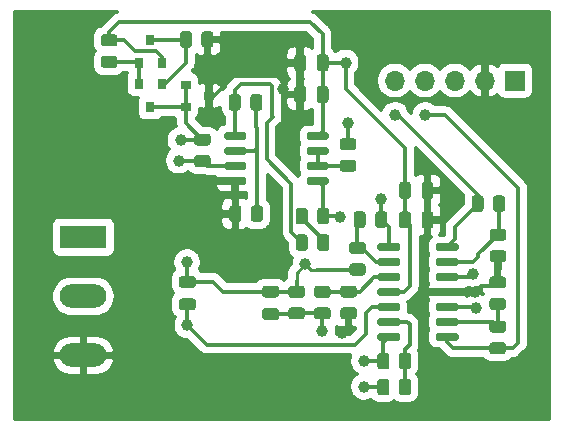
<source format=gbr>
%TF.GenerationSoftware,KiCad,Pcbnew,(5.1.12)-1*%
%TF.CreationDate,2022-08-23T18:30:33+03:00*%
%TF.ProjectId,pt100_Temp_comp,70743130-305f-4546-956d-705f636f6d70,rev?*%
%TF.SameCoordinates,Original*%
%TF.FileFunction,Copper,L1,Top*%
%TF.FilePolarity,Positive*%
%FSLAX46Y46*%
G04 Gerber Fmt 4.6, Leading zero omitted, Abs format (unit mm)*
G04 Created by KiCad (PCBNEW (5.1.12)-1) date 2022-08-23 18:30:33*
%MOMM*%
%LPD*%
G01*
G04 APERTURE LIST*
%TA.AperFunction,ComponentPad*%
%ADD10R,3.960000X1.980000*%
%TD*%
%TA.AperFunction,ComponentPad*%
%ADD11O,3.960000X1.980000*%
%TD*%
%TA.AperFunction,ComponentPad*%
%ADD12R,1.700000X1.700000*%
%TD*%
%TA.AperFunction,ComponentPad*%
%ADD13O,1.700000X1.700000*%
%TD*%
%TA.AperFunction,SMDPad,CuDef*%
%ADD14R,0.800000X0.900000*%
%TD*%
%TA.AperFunction,SMDPad,CuDef*%
%ADD15R,0.900000X0.800000*%
%TD*%
%TA.AperFunction,ViaPad*%
%ADD16C,1.000000*%
%TD*%
%TA.AperFunction,Conductor*%
%ADD17C,0.300000*%
%TD*%
%TA.AperFunction,Conductor*%
%ADD18C,0.250000*%
%TD*%
%TA.AperFunction,Conductor*%
%ADD19C,0.100000*%
%TD*%
G04 APERTURE END LIST*
%TO.P,U1,1*%
%TO.N,Net-(R11-Pad2)*%
%TA.AperFunction,SMDPad,CuDef*%
G36*
G01*
X94250000Y-40170000D02*
X94250000Y-39870000D01*
G75*
G02*
X94400000Y-39720000I150000J0D01*
G01*
X96000000Y-39720000D01*
G75*
G02*
X96150000Y-39870000I0J-150000D01*
G01*
X96150000Y-40170000D01*
G75*
G02*
X96000000Y-40320000I-150000J0D01*
G01*
X94400000Y-40320000D01*
G75*
G02*
X94250000Y-40170000I0J150000D01*
G01*
G37*
%TD.AperFunction*%
%TO.P,U1,2*%
%TO.N,Net-(R11-Pad1)*%
%TA.AperFunction,SMDPad,CuDef*%
G36*
G01*
X94250000Y-41440000D02*
X94250000Y-41140000D01*
G75*
G02*
X94400000Y-40990000I150000J0D01*
G01*
X96000000Y-40990000D01*
G75*
G02*
X96150000Y-41140000I0J-150000D01*
G01*
X96150000Y-41440000D01*
G75*
G02*
X96000000Y-41590000I-150000J0D01*
G01*
X94400000Y-41590000D01*
G75*
G02*
X94250000Y-41440000I0J150000D01*
G01*
G37*
%TD.AperFunction*%
%TO.P,U1,3*%
%TO.N,Net-(R10-Pad1)*%
%TA.AperFunction,SMDPad,CuDef*%
G36*
G01*
X94250000Y-42710000D02*
X94250000Y-42410000D01*
G75*
G02*
X94400000Y-42260000I150000J0D01*
G01*
X96000000Y-42260000D01*
G75*
G02*
X96150000Y-42410000I0J-150000D01*
G01*
X96150000Y-42710000D01*
G75*
G02*
X96000000Y-42860000I-150000J0D01*
G01*
X94400000Y-42860000D01*
G75*
G02*
X94250000Y-42710000I0J150000D01*
G01*
G37*
%TD.AperFunction*%
%TO.P,U1,4*%
%TO.N,GND*%
%TA.AperFunction,SMDPad,CuDef*%
G36*
G01*
X94250000Y-43980000D02*
X94250000Y-43680000D01*
G75*
G02*
X94400000Y-43530000I150000J0D01*
G01*
X96000000Y-43530000D01*
G75*
G02*
X96150000Y-43680000I0J-150000D01*
G01*
X96150000Y-43980000D01*
G75*
G02*
X96000000Y-44130000I-150000J0D01*
G01*
X94400000Y-44130000D01*
G75*
G02*
X94250000Y-43980000I0J150000D01*
G01*
G37*
%TD.AperFunction*%
%TO.P,U1,5*%
%TO.N,Current_Source*%
%TA.AperFunction,SMDPad,CuDef*%
G36*
G01*
X101250000Y-43980000D02*
X101250000Y-43680000D01*
G75*
G02*
X101400000Y-43530000I150000J0D01*
G01*
X103000000Y-43530000D01*
G75*
G02*
X103150000Y-43680000I0J-150000D01*
G01*
X103150000Y-43980000D01*
G75*
G02*
X103000000Y-44130000I-150000J0D01*
G01*
X101400000Y-44130000D01*
G75*
G02*
X101250000Y-43980000I0J150000D01*
G01*
G37*
%TD.AperFunction*%
%TO.P,U1,6*%
%TO.N,Net-(R10-Pad2)*%
%TA.AperFunction,SMDPad,CuDef*%
G36*
G01*
X101250000Y-42710000D02*
X101250000Y-42410000D01*
G75*
G02*
X101400000Y-42260000I150000J0D01*
G01*
X103000000Y-42260000D01*
G75*
G02*
X103150000Y-42410000I0J-150000D01*
G01*
X103150000Y-42710000D01*
G75*
G02*
X103000000Y-42860000I-150000J0D01*
G01*
X101400000Y-42860000D01*
G75*
G02*
X101250000Y-42710000I0J150000D01*
G01*
G37*
%TD.AperFunction*%
%TO.P,U1,7*%
%TA.AperFunction,SMDPad,CuDef*%
G36*
G01*
X101250000Y-41440000D02*
X101250000Y-41140000D01*
G75*
G02*
X101400000Y-40990000I150000J0D01*
G01*
X103000000Y-40990000D01*
G75*
G02*
X103150000Y-41140000I0J-150000D01*
G01*
X103150000Y-41440000D01*
G75*
G02*
X103000000Y-41590000I-150000J0D01*
G01*
X101400000Y-41590000D01*
G75*
G02*
X101250000Y-41440000I0J150000D01*
G01*
G37*
%TD.AperFunction*%
%TO.P,U1,8*%
%TO.N,5V*%
%TA.AperFunction,SMDPad,CuDef*%
G36*
G01*
X101250000Y-40170000D02*
X101250000Y-39870000D01*
G75*
G02*
X101400000Y-39720000I150000J0D01*
G01*
X103000000Y-39720000D01*
G75*
G02*
X103150000Y-39870000I0J-150000D01*
G01*
X103150000Y-40170000D01*
G75*
G02*
X103000000Y-40320000I-150000J0D01*
G01*
X101400000Y-40320000D01*
G75*
G02*
X101250000Y-40170000I0J150000D01*
G01*
G37*
%TD.AperFunction*%
%TD*%
%TO.P,C1,2*%
%TO.N,GND*%
%TA.AperFunction,SMDPad,CuDef*%
G36*
G01*
X101200000Y-36025000D02*
X101200000Y-36975000D01*
G75*
G02*
X100950000Y-37225000I-250000J0D01*
G01*
X100450000Y-37225000D01*
G75*
G02*
X100200000Y-36975000I0J250000D01*
G01*
X100200000Y-36025000D01*
G75*
G02*
X100450000Y-35775000I250000J0D01*
G01*
X100950000Y-35775000D01*
G75*
G02*
X101200000Y-36025000I0J-250000D01*
G01*
G37*
%TD.AperFunction*%
%TO.P,C1,1*%
%TO.N,5V*%
%TA.AperFunction,SMDPad,CuDef*%
G36*
G01*
X103100000Y-36025000D02*
X103100000Y-36975000D01*
G75*
G02*
X102850000Y-37225000I-250000J0D01*
G01*
X102350000Y-37225000D01*
G75*
G02*
X102100000Y-36975000I0J250000D01*
G01*
X102100000Y-36025000D01*
G75*
G02*
X102350000Y-35775000I250000J0D01*
G01*
X102850000Y-35775000D01*
G75*
G02*
X103100000Y-36025000I0J-250000D01*
G01*
G37*
%TD.AperFunction*%
%TD*%
%TO.P,C2,2*%
%TO.N,GND*%
%TA.AperFunction,SMDPad,CuDef*%
G36*
G01*
X110975000Y-47600000D02*
X110975000Y-46650000D01*
G75*
G02*
X111225000Y-46400000I250000J0D01*
G01*
X111725000Y-46400000D01*
G75*
G02*
X111975000Y-46650000I0J-250000D01*
G01*
X111975000Y-47600000D01*
G75*
G02*
X111725000Y-47850000I-250000J0D01*
G01*
X111225000Y-47850000D01*
G75*
G02*
X110975000Y-47600000I0J250000D01*
G01*
G37*
%TD.AperFunction*%
%TO.P,C2,1*%
%TO.N,5V*%
%TA.AperFunction,SMDPad,CuDef*%
G36*
G01*
X109075000Y-47600000D02*
X109075000Y-46650000D01*
G75*
G02*
X109325000Y-46400000I250000J0D01*
G01*
X109825000Y-46400000D01*
G75*
G02*
X110075000Y-46650000I0J-250000D01*
G01*
X110075000Y-47600000D01*
G75*
G02*
X109825000Y-47850000I-250000J0D01*
G01*
X109325000Y-47850000D01*
G75*
G02*
X109075000Y-47600000I0J250000D01*
G01*
G37*
%TD.AperFunction*%
%TD*%
%TO.P,C3,1*%
%TO.N,5V*%
%TA.AperFunction,SMDPad,CuDef*%
G36*
G01*
X103100000Y-33350000D02*
X103100000Y-34300000D01*
G75*
G02*
X102850000Y-34550000I-250000J0D01*
G01*
X102350000Y-34550000D01*
G75*
G02*
X102100000Y-34300000I0J250000D01*
G01*
X102100000Y-33350000D01*
G75*
G02*
X102350000Y-33100000I250000J0D01*
G01*
X102850000Y-33100000D01*
G75*
G02*
X103100000Y-33350000I0J-250000D01*
G01*
G37*
%TD.AperFunction*%
%TO.P,C3,2*%
%TO.N,GND*%
%TA.AperFunction,SMDPad,CuDef*%
G36*
G01*
X101200000Y-33350000D02*
X101200000Y-34300000D01*
G75*
G02*
X100950000Y-34550000I-250000J0D01*
G01*
X100450000Y-34550000D01*
G75*
G02*
X100200000Y-34300000I0J250000D01*
G01*
X100200000Y-33350000D01*
G75*
G02*
X100450000Y-33100000I250000J0D01*
G01*
X100950000Y-33100000D01*
G75*
G02*
X101200000Y-33350000I0J-250000D01*
G01*
G37*
%TD.AperFunction*%
%TD*%
%TO.P,C4,1*%
%TO.N,5V*%
%TA.AperFunction,SMDPad,CuDef*%
G36*
G01*
X109075000Y-45100000D02*
X109075000Y-44150000D01*
G75*
G02*
X109325000Y-43900000I250000J0D01*
G01*
X109825000Y-43900000D01*
G75*
G02*
X110075000Y-44150000I0J-250000D01*
G01*
X110075000Y-45100000D01*
G75*
G02*
X109825000Y-45350000I-250000J0D01*
G01*
X109325000Y-45350000D01*
G75*
G02*
X109075000Y-45100000I0J250000D01*
G01*
G37*
%TD.AperFunction*%
%TO.P,C4,2*%
%TO.N,GND*%
%TA.AperFunction,SMDPad,CuDef*%
G36*
G01*
X110975000Y-45100000D02*
X110975000Y-44150000D01*
G75*
G02*
X111225000Y-43900000I250000J0D01*
G01*
X111725000Y-43900000D01*
G75*
G02*
X111975000Y-44150000I0J-250000D01*
G01*
X111975000Y-45100000D01*
G75*
G02*
X111725000Y-45350000I-250000J0D01*
G01*
X111225000Y-45350000D01*
G75*
G02*
X110975000Y-45100000I0J250000D01*
G01*
G37*
%TD.AperFunction*%
%TD*%
%TO.P,C5,2*%
%TO.N,Net-(C5-Pad2)*%
%TA.AperFunction,SMDPad,CuDef*%
G36*
G01*
X98675000Y-53700000D02*
X97725000Y-53700000D01*
G75*
G02*
X97475000Y-53450000I0J250000D01*
G01*
X97475000Y-52950000D01*
G75*
G02*
X97725000Y-52700000I250000J0D01*
G01*
X98675000Y-52700000D01*
G75*
G02*
X98925000Y-52950000I0J-250000D01*
G01*
X98925000Y-53450000D01*
G75*
G02*
X98675000Y-53700000I-250000J0D01*
G01*
G37*
%TD.AperFunction*%
%TO.P,C5,1*%
%TO.N,Current_Source*%
%TA.AperFunction,SMDPad,CuDef*%
G36*
G01*
X98675000Y-55600000D02*
X97725000Y-55600000D01*
G75*
G02*
X97475000Y-55350000I0J250000D01*
G01*
X97475000Y-54850000D01*
G75*
G02*
X97725000Y-54600000I250000J0D01*
G01*
X98675000Y-54600000D01*
G75*
G02*
X98925000Y-54850000I0J-250000D01*
G01*
X98925000Y-55350000D01*
G75*
G02*
X98675000Y-55600000I-250000J0D01*
G01*
G37*
%TD.AperFunction*%
%TD*%
%TO.P,C6,1*%
%TO.N,Net-(C5-Pad2)*%
%TA.AperFunction,SMDPad,CuDef*%
G36*
G01*
X90675000Y-51875000D02*
X91625000Y-51875000D01*
G75*
G02*
X91875000Y-52125000I0J-250000D01*
G01*
X91875000Y-52625000D01*
G75*
G02*
X91625000Y-52875000I-250000J0D01*
G01*
X90675000Y-52875000D01*
G75*
G02*
X90425000Y-52625000I0J250000D01*
G01*
X90425000Y-52125000D01*
G75*
G02*
X90675000Y-51875000I250000J0D01*
G01*
G37*
%TD.AperFunction*%
%TO.P,C6,2*%
%TO.N,Net-(C6-Pad2)*%
%TA.AperFunction,SMDPad,CuDef*%
G36*
G01*
X90675000Y-53775000D02*
X91625000Y-53775000D01*
G75*
G02*
X91875000Y-54025000I0J-250000D01*
G01*
X91875000Y-54525000D01*
G75*
G02*
X91625000Y-54775000I-250000J0D01*
G01*
X90675000Y-54775000D01*
G75*
G02*
X90425000Y-54525000I0J250000D01*
G01*
X90425000Y-54025000D01*
G75*
G02*
X90675000Y-53775000I250000J0D01*
G01*
G37*
%TD.AperFunction*%
%TD*%
D10*
%TO.P,J1,1*%
%TO.N,Net-(C5-Pad2)*%
X82350000Y-48600000D03*
D11*
%TO.P,J1,2*%
%TO.N,Net-(C6-Pad2)*%
X82350000Y-53600000D03*
%TO.P,J1,3*%
%TO.N,GND*%
X82350000Y-58600000D03*
%TD*%
D12*
%TO.P,J2,1*%
%TO.N,5V*%
X118900000Y-35325000D03*
D13*
%TO.P,J2,2*%
%TO.N,GND*%
X116360000Y-35325000D03*
%TO.P,J2,3*%
%TO.N,V_REF*%
X113820000Y-35325000D03*
%TO.P,J2,4*%
%TO.N,ADC_REF*%
X111280000Y-35325000D03*
%TO.P,J2,5*%
%TO.N,ADC_VAL*%
X108740000Y-35325000D03*
%TD*%
D14*
%TO.P,Q1,1*%
%TO.N,Net-(Q1-Pad1)*%
X87075000Y-33850000D03*
%TO.P,Q1,2*%
%TO.N,5V*%
X88975000Y-33850000D03*
%TO.P,Q1,3*%
%TO.N,Net-(Q1-Pad3)*%
X88025000Y-31850000D03*
%TD*%
%TO.P,Q2,1*%
%TO.N,Net-(Q1-Pad3)*%
X88975000Y-35575000D03*
%TO.P,Q2,2*%
%TO.N,Net-(Q1-Pad1)*%
X87075000Y-35575000D03*
%TO.P,Q2,3*%
%TO.N,V_REF*%
X88025000Y-37575000D03*
%TD*%
%TO.P,R1,1*%
%TO.N,Current_Source*%
%TA.AperFunction,SMDPad,CuDef*%
G36*
G01*
X100850001Y-55550000D02*
X99949999Y-55550000D01*
G75*
G02*
X99700000Y-55300001I0J249999D01*
G01*
X99700000Y-54774999D01*
G75*
G02*
X99949999Y-54525000I249999J0D01*
G01*
X100850001Y-54525000D01*
G75*
G02*
X101100000Y-54774999I0J-249999D01*
G01*
X101100000Y-55300001D01*
G75*
G02*
X100850001Y-55550000I-249999J0D01*
G01*
G37*
%TD.AperFunction*%
%TO.P,R1,2*%
%TO.N,Net-(C5-Pad2)*%
%TA.AperFunction,SMDPad,CuDef*%
G36*
G01*
X100850001Y-53725000D02*
X99949999Y-53725000D01*
G75*
G02*
X99700000Y-53475001I0J249999D01*
G01*
X99700000Y-52949999D01*
G75*
G02*
X99949999Y-52700000I249999J0D01*
G01*
X100850001Y-52700000D01*
G75*
G02*
X101100000Y-52949999I0J-249999D01*
G01*
X101100000Y-53475001D01*
G75*
G02*
X100850001Y-53725000I-249999J0D01*
G01*
G37*
%TD.AperFunction*%
%TD*%
%TO.P,R2,2*%
%TO.N,Current_Source*%
%TA.AperFunction,SMDPad,CuDef*%
G36*
G01*
X102124999Y-54525000D02*
X103025001Y-54525000D01*
G75*
G02*
X103275000Y-54774999I0J-249999D01*
G01*
X103275000Y-55300001D01*
G75*
G02*
X103025001Y-55550000I-249999J0D01*
G01*
X102124999Y-55550000D01*
G75*
G02*
X101875000Y-55300001I0J249999D01*
G01*
X101875000Y-54774999D01*
G75*
G02*
X102124999Y-54525000I249999J0D01*
G01*
G37*
%TD.AperFunction*%
%TO.P,R2,1*%
%TO.N,Net-(R2-Pad1)*%
%TA.AperFunction,SMDPad,CuDef*%
G36*
G01*
X102124999Y-52700000D02*
X103025001Y-52700000D01*
G75*
G02*
X103275000Y-52949999I0J-249999D01*
G01*
X103275000Y-53475001D01*
G75*
G02*
X103025001Y-53725000I-249999J0D01*
G01*
X102124999Y-53725000D01*
G75*
G02*
X101875000Y-53475001I0J249999D01*
G01*
X101875000Y-52949999D01*
G75*
G02*
X102124999Y-52700000I249999J0D01*
G01*
G37*
%TD.AperFunction*%
%TD*%
%TO.P,R3,1*%
%TO.N,Net-(C5-Pad2)*%
%TA.AperFunction,SMDPad,CuDef*%
G36*
G01*
X106000001Y-51837500D02*
X105099999Y-51837500D01*
G75*
G02*
X104850000Y-51587501I0J249999D01*
G01*
X104850000Y-51062499D01*
G75*
G02*
X105099999Y-50812500I249999J0D01*
G01*
X106000001Y-50812500D01*
G75*
G02*
X106250000Y-51062499I0J-249999D01*
G01*
X106250000Y-51587501D01*
G75*
G02*
X106000001Y-51837500I-249999J0D01*
G01*
G37*
%TD.AperFunction*%
%TO.P,R3,2*%
%TO.N,Net-(R3-Pad2)*%
%TA.AperFunction,SMDPad,CuDef*%
G36*
G01*
X106000001Y-50012500D02*
X105099999Y-50012500D01*
G75*
G02*
X104850000Y-49762501I0J249999D01*
G01*
X104850000Y-49237499D01*
G75*
G02*
X105099999Y-48987500I249999J0D01*
G01*
X106000001Y-48987500D01*
G75*
G02*
X106250000Y-49237499I0J-249999D01*
G01*
X106250000Y-49762501D01*
G75*
G02*
X106000001Y-50012500I-249999J0D01*
G01*
G37*
%TD.AperFunction*%
%TD*%
%TO.P,R4,1*%
%TO.N,Net-(C5-Pad2)*%
%TA.AperFunction,SMDPad,CuDef*%
G36*
G01*
X107237500Y-61725001D02*
X107237500Y-60824999D01*
G75*
G02*
X107487499Y-60575000I249999J0D01*
G01*
X108012501Y-60575000D01*
G75*
G02*
X108262500Y-60824999I0J-249999D01*
G01*
X108262500Y-61725001D01*
G75*
G02*
X108012501Y-61975000I-249999J0D01*
G01*
X107487499Y-61975000D01*
G75*
G02*
X107237500Y-61725001I0J249999D01*
G01*
G37*
%TD.AperFunction*%
%TO.P,R4,2*%
%TO.N,Net-(R4-Pad2)*%
%TA.AperFunction,SMDPad,CuDef*%
G36*
G01*
X109062500Y-61725001D02*
X109062500Y-60824999D01*
G75*
G02*
X109312499Y-60575000I249999J0D01*
G01*
X109837501Y-60575000D01*
G75*
G02*
X110087500Y-60824999I0J-249999D01*
G01*
X110087500Y-61725001D01*
G75*
G02*
X109837501Y-61975000I-249999J0D01*
G01*
X109312499Y-61975000D01*
G75*
G02*
X109062500Y-61725001I0J249999D01*
G01*
G37*
%TD.AperFunction*%
%TD*%
%TO.P,R5,2*%
%TO.N,Net-(R2-Pad1)*%
%TA.AperFunction,SMDPad,CuDef*%
G36*
G01*
X105250001Y-53712500D02*
X104349999Y-53712500D01*
G75*
G02*
X104100000Y-53462501I0J249999D01*
G01*
X104100000Y-52937499D01*
G75*
G02*
X104349999Y-52687500I249999J0D01*
G01*
X105250001Y-52687500D01*
G75*
G02*
X105500000Y-52937499I0J-249999D01*
G01*
X105500000Y-53462501D01*
G75*
G02*
X105250001Y-53712500I-249999J0D01*
G01*
G37*
%TD.AperFunction*%
%TO.P,R5,1*%
%TO.N,GND*%
%TA.AperFunction,SMDPad,CuDef*%
G36*
G01*
X105250001Y-55537500D02*
X104349999Y-55537500D01*
G75*
G02*
X104100000Y-55287501I0J249999D01*
G01*
X104100000Y-54762499D01*
G75*
G02*
X104349999Y-54512500I249999J0D01*
G01*
X105250001Y-54512500D01*
G75*
G02*
X105500000Y-54762499I0J-249999D01*
G01*
X105500000Y-55287501D01*
G75*
G02*
X105250001Y-55537500I-249999J0D01*
G01*
G37*
%TD.AperFunction*%
%TD*%
%TO.P,R6,1*%
%TO.N,Net-(R6-Pad1)*%
%TA.AperFunction,SMDPad,CuDef*%
G36*
G01*
X100312500Y-47250001D02*
X100312500Y-46349999D01*
G75*
G02*
X100562499Y-46100000I249999J0D01*
G01*
X101087501Y-46100000D01*
G75*
G02*
X101337500Y-46349999I0J-249999D01*
G01*
X101337500Y-47250001D01*
G75*
G02*
X101087501Y-47500000I-249999J0D01*
G01*
X100562499Y-47500000D01*
G75*
G02*
X100312500Y-47250001I0J249999D01*
G01*
G37*
%TD.AperFunction*%
%TO.P,R6,2*%
%TO.N,Current_Source*%
%TA.AperFunction,SMDPad,CuDef*%
G36*
G01*
X102137500Y-47250001D02*
X102137500Y-46349999D01*
G75*
G02*
X102387499Y-46100000I249999J0D01*
G01*
X102912501Y-46100000D01*
G75*
G02*
X103162500Y-46349999I0J-249999D01*
G01*
X103162500Y-47250001D01*
G75*
G02*
X102912501Y-47500000I-249999J0D01*
G01*
X102387499Y-47500000D01*
G75*
G02*
X102137500Y-47250001I0J249999D01*
G01*
G37*
%TD.AperFunction*%
%TD*%
%TO.P,R7,2*%
%TO.N,Net-(R6-Pad1)*%
%TA.AperFunction,SMDPad,CuDef*%
G36*
G01*
X102150000Y-49500001D02*
X102150000Y-48599999D01*
G75*
G02*
X102399999Y-48350000I249999J0D01*
G01*
X102925001Y-48350000D01*
G75*
G02*
X103175000Y-48599999I0J-249999D01*
G01*
X103175000Y-49500001D01*
G75*
G02*
X102925001Y-49750000I-249999J0D01*
G01*
X102399999Y-49750000D01*
G75*
G02*
X102150000Y-49500001I0J249999D01*
G01*
G37*
%TD.AperFunction*%
%TO.P,R7,1*%
%TO.N,Net-(R11-Pad2)*%
%TA.AperFunction,SMDPad,CuDef*%
G36*
G01*
X100325000Y-49500001D02*
X100325000Y-48599999D01*
G75*
G02*
X100574999Y-48350000I249999J0D01*
G01*
X101100001Y-48350000D01*
G75*
G02*
X101350000Y-48599999I0J-249999D01*
G01*
X101350000Y-49500001D01*
G75*
G02*
X101100001Y-49750000I-249999J0D01*
G01*
X100574999Y-49750000D01*
G75*
G02*
X100325000Y-49500001I0J249999D01*
G01*
G37*
%TD.AperFunction*%
%TD*%
%TO.P,R8,1*%
%TO.N,Net-(R8-Pad1)*%
%TA.AperFunction,SMDPad,CuDef*%
G36*
G01*
X108075000Y-46649999D02*
X108075000Y-47550001D01*
G75*
G02*
X107825001Y-47800000I-249999J0D01*
G01*
X107299999Y-47800000D01*
G75*
G02*
X107050000Y-47550001I0J249999D01*
G01*
X107050000Y-46649999D01*
G75*
G02*
X107299999Y-46400000I249999J0D01*
G01*
X107825001Y-46400000D01*
G75*
G02*
X108075000Y-46649999I0J-249999D01*
G01*
G37*
%TD.AperFunction*%
%TO.P,R8,2*%
%TO.N,Net-(R3-Pad2)*%
%TA.AperFunction,SMDPad,CuDef*%
G36*
G01*
X106250000Y-46649999D02*
X106250000Y-47550001D01*
G75*
G02*
X106000001Y-47800000I-249999J0D01*
G01*
X105474999Y-47800000D01*
G75*
G02*
X105225000Y-47550001I0J249999D01*
G01*
X105225000Y-46649999D01*
G75*
G02*
X105474999Y-46400000I249999J0D01*
G01*
X106000001Y-46400000D01*
G75*
G02*
X106250000Y-46649999I0J-249999D01*
G01*
G37*
%TD.AperFunction*%
%TD*%
%TO.P,R9,2*%
%TO.N,Net-(R4-Pad2)*%
%TA.AperFunction,SMDPad,CuDef*%
G36*
G01*
X109062500Y-59525001D02*
X109062500Y-58624999D01*
G75*
G02*
X109312499Y-58375000I249999J0D01*
G01*
X109837501Y-58375000D01*
G75*
G02*
X110087500Y-58624999I0J-249999D01*
G01*
X110087500Y-59525001D01*
G75*
G02*
X109837501Y-59775000I-249999J0D01*
G01*
X109312499Y-59775000D01*
G75*
G02*
X109062500Y-59525001I0J249999D01*
G01*
G37*
%TD.AperFunction*%
%TO.P,R9,1*%
%TO.N,Net-(R9-Pad1)*%
%TA.AperFunction,SMDPad,CuDef*%
G36*
G01*
X107237500Y-59525001D02*
X107237500Y-58624999D01*
G75*
G02*
X107487499Y-58375000I249999J0D01*
G01*
X108012501Y-58375000D01*
G75*
G02*
X108262500Y-58624999I0J-249999D01*
G01*
X108262500Y-59525001D01*
G75*
G02*
X108012501Y-59775000I-249999J0D01*
G01*
X107487499Y-59775000D01*
G75*
G02*
X107237500Y-59525001I0J249999D01*
G01*
G37*
%TD.AperFunction*%
%TD*%
%TO.P,R10,1*%
%TO.N,Net-(R10-Pad1)*%
%TA.AperFunction,SMDPad,CuDef*%
G36*
G01*
X104299999Y-40212500D02*
X105200001Y-40212500D01*
G75*
G02*
X105450000Y-40462499I0J-249999D01*
G01*
X105450000Y-40987501D01*
G75*
G02*
X105200001Y-41237500I-249999J0D01*
G01*
X104299999Y-41237500D01*
G75*
G02*
X104050000Y-40987501I0J249999D01*
G01*
X104050000Y-40462499D01*
G75*
G02*
X104299999Y-40212500I249999J0D01*
G01*
G37*
%TD.AperFunction*%
%TO.P,R10,2*%
%TO.N,Net-(R10-Pad2)*%
%TA.AperFunction,SMDPad,CuDef*%
G36*
G01*
X104299999Y-42037500D02*
X105200001Y-42037500D01*
G75*
G02*
X105450000Y-42287499I0J-249999D01*
G01*
X105450000Y-42812501D01*
G75*
G02*
X105200001Y-43062500I-249999J0D01*
G01*
X104299999Y-43062500D01*
G75*
G02*
X104050000Y-42812501I0J249999D01*
G01*
X104050000Y-42287499D01*
G75*
G02*
X104299999Y-42037500I249999J0D01*
G01*
G37*
%TD.AperFunction*%
%TD*%
%TO.P,R11,2*%
%TO.N,Net-(R11-Pad2)*%
%TA.AperFunction,SMDPad,CuDef*%
G36*
G01*
X95675000Y-36724999D02*
X95675000Y-37625001D01*
G75*
G02*
X95425001Y-37875000I-249999J0D01*
G01*
X94899999Y-37875000D01*
G75*
G02*
X94650000Y-37625001I0J249999D01*
G01*
X94650000Y-36724999D01*
G75*
G02*
X94899999Y-36475000I249999J0D01*
G01*
X95425001Y-36475000D01*
G75*
G02*
X95675000Y-36724999I0J-249999D01*
G01*
G37*
%TD.AperFunction*%
%TO.P,R11,1*%
%TO.N,Net-(R11-Pad1)*%
%TA.AperFunction,SMDPad,CuDef*%
G36*
G01*
X97500000Y-36724999D02*
X97500000Y-37625001D01*
G75*
G02*
X97250001Y-37875000I-249999J0D01*
G01*
X96724999Y-37875000D01*
G75*
G02*
X96475000Y-37625001I0J249999D01*
G01*
X96475000Y-36724999D01*
G75*
G02*
X96724999Y-36475000I249999J0D01*
G01*
X97250001Y-36475000D01*
G75*
G02*
X97500000Y-36724999I0J-249999D01*
G01*
G37*
%TD.AperFunction*%
%TD*%
%TO.P,R12,2*%
%TO.N,Net-(R10-Pad1)*%
%TA.AperFunction,SMDPad,CuDef*%
G36*
G01*
X91974999Y-41637500D02*
X92875001Y-41637500D01*
G75*
G02*
X93125000Y-41887499I0J-249999D01*
G01*
X93125000Y-42412501D01*
G75*
G02*
X92875001Y-42662500I-249999J0D01*
G01*
X91974999Y-42662500D01*
G75*
G02*
X91725000Y-42412501I0J249999D01*
G01*
X91725000Y-41887499D01*
G75*
G02*
X91974999Y-41637500I249999J0D01*
G01*
G37*
%TD.AperFunction*%
%TO.P,R12,1*%
%TO.N,V_REF*%
%TA.AperFunction,SMDPad,CuDef*%
G36*
G01*
X91974999Y-39812500D02*
X92875001Y-39812500D01*
G75*
G02*
X93125000Y-40062499I0J-249999D01*
G01*
X93125000Y-40587501D01*
G75*
G02*
X92875001Y-40837500I-249999J0D01*
G01*
X91974999Y-40837500D01*
G75*
G02*
X91725000Y-40587501I0J249999D01*
G01*
X91725000Y-40062499D01*
G75*
G02*
X91974999Y-39812500I249999J0D01*
G01*
G37*
%TD.AperFunction*%
%TD*%
%TO.P,R13,1*%
%TO.N,GND*%
%TA.AperFunction,SMDPad,CuDef*%
G36*
G01*
X94700000Y-47050001D02*
X94700000Y-46149999D01*
G75*
G02*
X94949999Y-45900000I249999J0D01*
G01*
X95475001Y-45900000D01*
G75*
G02*
X95725000Y-46149999I0J-249999D01*
G01*
X95725000Y-47050001D01*
G75*
G02*
X95475001Y-47300000I-249999J0D01*
G01*
X94949999Y-47300000D01*
G75*
G02*
X94700000Y-47050001I0J249999D01*
G01*
G37*
%TD.AperFunction*%
%TO.P,R13,2*%
%TO.N,Net-(R11-Pad1)*%
%TA.AperFunction,SMDPad,CuDef*%
G36*
G01*
X96525000Y-47050001D02*
X96525000Y-46149999D01*
G75*
G02*
X96774999Y-45900000I249999J0D01*
G01*
X97300001Y-45900000D01*
G75*
G02*
X97550000Y-46149999I0J-249999D01*
G01*
X97550000Y-47050001D01*
G75*
G02*
X97300001Y-47300000I-249999J0D01*
G01*
X96774999Y-47300000D01*
G75*
G02*
X96525000Y-47050001I0J249999D01*
G01*
G37*
%TD.AperFunction*%
%TD*%
%TO.P,R14,1*%
%TO.N,Net-(Q1-Pad3)*%
%TA.AperFunction,SMDPad,CuDef*%
G36*
G01*
X90512500Y-32300001D02*
X90512500Y-31399999D01*
G75*
G02*
X90762499Y-31150000I249999J0D01*
G01*
X91287501Y-31150000D01*
G75*
G02*
X91537500Y-31399999I0J-249999D01*
G01*
X91537500Y-32300001D01*
G75*
G02*
X91287501Y-32550000I-249999J0D01*
G01*
X90762499Y-32550000D01*
G75*
G02*
X90512500Y-32300001I0J249999D01*
G01*
G37*
%TD.AperFunction*%
%TO.P,R14,2*%
%TO.N,GND*%
%TA.AperFunction,SMDPad,CuDef*%
G36*
G01*
X92337500Y-32300001D02*
X92337500Y-31399999D01*
G75*
G02*
X92587499Y-31150000I249999J0D01*
G01*
X93112501Y-31150000D01*
G75*
G02*
X93362500Y-31399999I0J-249999D01*
G01*
X93362500Y-32300001D01*
G75*
G02*
X93112501Y-32550000I-249999J0D01*
G01*
X92587499Y-32550000D01*
G75*
G02*
X92337500Y-32300001I0J249999D01*
G01*
G37*
%TD.AperFunction*%
%TD*%
%TO.P,R15,2*%
%TO.N,Net-(Q1-Pad1)*%
%TA.AperFunction,SMDPad,CuDef*%
G36*
G01*
X84074999Y-33237500D02*
X84975001Y-33237500D01*
G75*
G02*
X85225000Y-33487499I0J-249999D01*
G01*
X85225000Y-34012501D01*
G75*
G02*
X84975001Y-34262500I-249999J0D01*
G01*
X84074999Y-34262500D01*
G75*
G02*
X83825000Y-34012501I0J249999D01*
G01*
X83825000Y-33487499D01*
G75*
G02*
X84074999Y-33237500I249999J0D01*
G01*
G37*
%TD.AperFunction*%
%TO.P,R15,1*%
%TO.N,5V*%
%TA.AperFunction,SMDPad,CuDef*%
G36*
G01*
X84074999Y-31412500D02*
X84975001Y-31412500D01*
G75*
G02*
X85225000Y-31662499I0J-249999D01*
G01*
X85225000Y-32187501D01*
G75*
G02*
X84975001Y-32437500I-249999J0D01*
G01*
X84074999Y-32437500D01*
G75*
G02*
X83825000Y-32187501I0J249999D01*
G01*
X83825000Y-31662499D01*
G75*
G02*
X84074999Y-31412500I249999J0D01*
G01*
G37*
%TD.AperFunction*%
%TD*%
%TO.P,R16,1*%
%TO.N,Net-(R16-Pad1)*%
%TA.AperFunction,SMDPad,CuDef*%
G36*
G01*
X117875001Y-54750000D02*
X116974999Y-54750000D01*
G75*
G02*
X116725000Y-54500001I0J249999D01*
G01*
X116725000Y-53974999D01*
G75*
G02*
X116974999Y-53725000I249999J0D01*
G01*
X117875001Y-53725000D01*
G75*
G02*
X118125000Y-53974999I0J-249999D01*
G01*
X118125000Y-54500001D01*
G75*
G02*
X117875001Y-54750000I-249999J0D01*
G01*
G37*
%TD.AperFunction*%
%TO.P,R16,2*%
%TO.N,GND*%
%TA.AperFunction,SMDPad,CuDef*%
G36*
G01*
X117875001Y-52925000D02*
X116974999Y-52925000D01*
G75*
G02*
X116725000Y-52675001I0J249999D01*
G01*
X116725000Y-52149999D01*
G75*
G02*
X116974999Y-51900000I249999J0D01*
G01*
X117875001Y-51900000D01*
G75*
G02*
X118125000Y-52149999I0J-249999D01*
G01*
X118125000Y-52675001D01*
G75*
G02*
X117875001Y-52925000I-249999J0D01*
G01*
G37*
%TD.AperFunction*%
%TD*%
%TO.P,R17,1*%
%TO.N,Net-(R17-Pad1)*%
%TA.AperFunction,SMDPad,CuDef*%
G36*
G01*
X116999999Y-47862500D02*
X117900001Y-47862500D01*
G75*
G02*
X118150000Y-48112499I0J-249999D01*
G01*
X118150000Y-48637501D01*
G75*
G02*
X117900001Y-48887500I-249999J0D01*
G01*
X116999999Y-48887500D01*
G75*
G02*
X116750000Y-48637501I0J249999D01*
G01*
X116750000Y-48112499D01*
G75*
G02*
X116999999Y-47862500I249999J0D01*
G01*
G37*
%TD.AperFunction*%
%TO.P,R17,2*%
%TO.N,GND*%
%TA.AperFunction,SMDPad,CuDef*%
G36*
G01*
X116999999Y-49687500D02*
X117900001Y-49687500D01*
G75*
G02*
X118150000Y-49937499I0J-249999D01*
G01*
X118150000Y-50462501D01*
G75*
G02*
X117900001Y-50712500I-249999J0D01*
G01*
X116999999Y-50712500D01*
G75*
G02*
X116750000Y-50462501I0J249999D01*
G01*
X116750000Y-49937499D01*
G75*
G02*
X116999999Y-49687500I249999J0D01*
G01*
G37*
%TD.AperFunction*%
%TD*%
%TO.P,R18,2*%
%TO.N,Net-(R16-Pad1)*%
%TA.AperFunction,SMDPad,CuDef*%
G36*
G01*
X117875001Y-56675000D02*
X116974999Y-56675000D01*
G75*
G02*
X116725000Y-56425001I0J249999D01*
G01*
X116725000Y-55899999D01*
G75*
G02*
X116974999Y-55650000I249999J0D01*
G01*
X117875001Y-55650000D01*
G75*
G02*
X118125000Y-55899999I0J-249999D01*
G01*
X118125000Y-56425001D01*
G75*
G02*
X117875001Y-56675000I-249999J0D01*
G01*
G37*
%TD.AperFunction*%
%TO.P,R18,1*%
%TO.N,ADC_REF*%
%TA.AperFunction,SMDPad,CuDef*%
G36*
G01*
X117875001Y-58500000D02*
X116974999Y-58500000D01*
G75*
G02*
X116725000Y-58250001I0J249999D01*
G01*
X116725000Y-57724999D01*
G75*
G02*
X116974999Y-57475000I249999J0D01*
G01*
X117875001Y-57475000D01*
G75*
G02*
X118125000Y-57724999I0J-249999D01*
G01*
X118125000Y-58250001D01*
G75*
G02*
X117875001Y-58500000I-249999J0D01*
G01*
G37*
%TD.AperFunction*%
%TD*%
%TO.P,R19,2*%
%TO.N,Net-(R17-Pad1)*%
%TA.AperFunction,SMDPad,CuDef*%
G36*
G01*
X117037500Y-46200001D02*
X117037500Y-45299999D01*
G75*
G02*
X117287499Y-45050000I249999J0D01*
G01*
X117812501Y-45050000D01*
G75*
G02*
X118062500Y-45299999I0J-249999D01*
G01*
X118062500Y-46200001D01*
G75*
G02*
X117812501Y-46450000I-249999J0D01*
G01*
X117287499Y-46450000D01*
G75*
G02*
X117037500Y-46200001I0J249999D01*
G01*
G37*
%TD.AperFunction*%
%TO.P,R19,1*%
%TO.N,ADC_VAL*%
%TA.AperFunction,SMDPad,CuDef*%
G36*
G01*
X115212500Y-46200001D02*
X115212500Y-45299999D01*
G75*
G02*
X115462499Y-45050000I249999J0D01*
G01*
X115987501Y-45050000D01*
G75*
G02*
X116237500Y-45299999I0J-249999D01*
G01*
X116237500Y-46200001D01*
G75*
G02*
X115987501Y-46450000I-249999J0D01*
G01*
X115462499Y-46450000D01*
G75*
G02*
X115212500Y-46200001I0J249999D01*
G01*
G37*
%TD.AperFunction*%
%TD*%
%TO.P,U2,1*%
%TO.N,Net-(R8-Pad1)*%
%TA.AperFunction,SMDPad,CuDef*%
G36*
G01*
X107225000Y-49565000D02*
X107225000Y-49265000D01*
G75*
G02*
X107375000Y-49115000I150000J0D01*
G01*
X109025000Y-49115000D01*
G75*
G02*
X109175000Y-49265000I0J-150000D01*
G01*
X109175000Y-49565000D01*
G75*
G02*
X109025000Y-49715000I-150000J0D01*
G01*
X107375000Y-49715000D01*
G75*
G02*
X107225000Y-49565000I0J150000D01*
G01*
G37*
%TD.AperFunction*%
%TO.P,U2,2*%
%TO.N,Net-(R3-Pad2)*%
%TA.AperFunction,SMDPad,CuDef*%
G36*
G01*
X107225000Y-50835000D02*
X107225000Y-50535000D01*
G75*
G02*
X107375000Y-50385000I150000J0D01*
G01*
X109025000Y-50385000D01*
G75*
G02*
X109175000Y-50535000I0J-150000D01*
G01*
X109175000Y-50835000D01*
G75*
G02*
X109025000Y-50985000I-150000J0D01*
G01*
X107375000Y-50985000D01*
G75*
G02*
X107225000Y-50835000I0J150000D01*
G01*
G37*
%TD.AperFunction*%
%TO.P,U2,3*%
%TO.N,Net-(R2-Pad1)*%
%TA.AperFunction,SMDPad,CuDef*%
G36*
G01*
X107225000Y-52105000D02*
X107225000Y-51805000D01*
G75*
G02*
X107375000Y-51655000I150000J0D01*
G01*
X109025000Y-51655000D01*
G75*
G02*
X109175000Y-51805000I0J-150000D01*
G01*
X109175000Y-52105000D01*
G75*
G02*
X109025000Y-52255000I-150000J0D01*
G01*
X107375000Y-52255000D01*
G75*
G02*
X107225000Y-52105000I0J150000D01*
G01*
G37*
%TD.AperFunction*%
%TO.P,U2,4*%
%TO.N,5V*%
%TA.AperFunction,SMDPad,CuDef*%
G36*
G01*
X107225000Y-53375000D02*
X107225000Y-53075000D01*
G75*
G02*
X107375000Y-52925000I150000J0D01*
G01*
X109025000Y-52925000D01*
G75*
G02*
X109175000Y-53075000I0J-150000D01*
G01*
X109175000Y-53375000D01*
G75*
G02*
X109025000Y-53525000I-150000J0D01*
G01*
X107375000Y-53525000D01*
G75*
G02*
X107225000Y-53375000I0J150000D01*
G01*
G37*
%TD.AperFunction*%
%TO.P,U2,5*%
%TO.N,Net-(C6-Pad2)*%
%TA.AperFunction,SMDPad,CuDef*%
G36*
G01*
X107225000Y-54645000D02*
X107225000Y-54345000D01*
G75*
G02*
X107375000Y-54195000I150000J0D01*
G01*
X109025000Y-54195000D01*
G75*
G02*
X109175000Y-54345000I0J-150000D01*
G01*
X109175000Y-54645000D01*
G75*
G02*
X109025000Y-54795000I-150000J0D01*
G01*
X107375000Y-54795000D01*
G75*
G02*
X107225000Y-54645000I0J150000D01*
G01*
G37*
%TD.AperFunction*%
%TO.P,U2,6*%
%TO.N,Net-(R4-Pad2)*%
%TA.AperFunction,SMDPad,CuDef*%
G36*
G01*
X107225000Y-55915000D02*
X107225000Y-55615000D01*
G75*
G02*
X107375000Y-55465000I150000J0D01*
G01*
X109025000Y-55465000D01*
G75*
G02*
X109175000Y-55615000I0J-150000D01*
G01*
X109175000Y-55915000D01*
G75*
G02*
X109025000Y-56065000I-150000J0D01*
G01*
X107375000Y-56065000D01*
G75*
G02*
X107225000Y-55915000I0J150000D01*
G01*
G37*
%TD.AperFunction*%
%TO.P,U2,7*%
%TO.N,Net-(R9-Pad1)*%
%TA.AperFunction,SMDPad,CuDef*%
G36*
G01*
X107225000Y-57185000D02*
X107225000Y-56885000D01*
G75*
G02*
X107375000Y-56735000I150000J0D01*
G01*
X109025000Y-56735000D01*
G75*
G02*
X109175000Y-56885000I0J-150000D01*
G01*
X109175000Y-57185000D01*
G75*
G02*
X109025000Y-57335000I-150000J0D01*
G01*
X107375000Y-57335000D01*
G75*
G02*
X107225000Y-57185000I0J150000D01*
G01*
G37*
%TD.AperFunction*%
%TO.P,U2,8*%
%TO.N,ADC_REF*%
%TA.AperFunction,SMDPad,CuDef*%
G36*
G01*
X112175000Y-57185000D02*
X112175000Y-56885000D01*
G75*
G02*
X112325000Y-56735000I150000J0D01*
G01*
X113975000Y-56735000D01*
G75*
G02*
X114125000Y-56885000I0J-150000D01*
G01*
X114125000Y-57185000D01*
G75*
G02*
X113975000Y-57335000I-150000J0D01*
G01*
X112325000Y-57335000D01*
G75*
G02*
X112175000Y-57185000I0J150000D01*
G01*
G37*
%TD.AperFunction*%
%TO.P,U2,9*%
%TO.N,Net-(R16-Pad1)*%
%TA.AperFunction,SMDPad,CuDef*%
G36*
G01*
X112175000Y-55915000D02*
X112175000Y-55615000D01*
G75*
G02*
X112325000Y-55465000I150000J0D01*
G01*
X113975000Y-55465000D01*
G75*
G02*
X114125000Y-55615000I0J-150000D01*
G01*
X114125000Y-55915000D01*
G75*
G02*
X113975000Y-56065000I-150000J0D01*
G01*
X112325000Y-56065000D01*
G75*
G02*
X112175000Y-55915000I0J150000D01*
G01*
G37*
%TD.AperFunction*%
%TO.P,U2,10*%
%TO.N,Net-(R8-Pad1)*%
%TA.AperFunction,SMDPad,CuDef*%
G36*
G01*
X112175000Y-54645000D02*
X112175000Y-54345000D01*
G75*
G02*
X112325000Y-54195000I150000J0D01*
G01*
X113975000Y-54195000D01*
G75*
G02*
X114125000Y-54345000I0J-150000D01*
G01*
X114125000Y-54645000D01*
G75*
G02*
X113975000Y-54795000I-150000J0D01*
G01*
X112325000Y-54795000D01*
G75*
G02*
X112175000Y-54645000I0J150000D01*
G01*
G37*
%TD.AperFunction*%
%TO.P,U2,11*%
%TO.N,GND*%
%TA.AperFunction,SMDPad,CuDef*%
G36*
G01*
X112175000Y-53375000D02*
X112175000Y-53075000D01*
G75*
G02*
X112325000Y-52925000I150000J0D01*
G01*
X113975000Y-52925000D01*
G75*
G02*
X114125000Y-53075000I0J-150000D01*
G01*
X114125000Y-53375000D01*
G75*
G02*
X113975000Y-53525000I-150000J0D01*
G01*
X112325000Y-53525000D01*
G75*
G02*
X112175000Y-53375000I0J150000D01*
G01*
G37*
%TD.AperFunction*%
%TO.P,U2,12*%
%TO.N,Net-(R9-Pad1)*%
%TA.AperFunction,SMDPad,CuDef*%
G36*
G01*
X112175000Y-52105000D02*
X112175000Y-51805000D01*
G75*
G02*
X112325000Y-51655000I150000J0D01*
G01*
X113975000Y-51655000D01*
G75*
G02*
X114125000Y-51805000I0J-150000D01*
G01*
X114125000Y-52105000D01*
G75*
G02*
X113975000Y-52255000I-150000J0D01*
G01*
X112325000Y-52255000D01*
G75*
G02*
X112175000Y-52105000I0J150000D01*
G01*
G37*
%TD.AperFunction*%
%TO.P,U2,13*%
%TO.N,Net-(R17-Pad1)*%
%TA.AperFunction,SMDPad,CuDef*%
G36*
G01*
X112175000Y-50835000D02*
X112175000Y-50535000D01*
G75*
G02*
X112325000Y-50385000I150000J0D01*
G01*
X113975000Y-50385000D01*
G75*
G02*
X114125000Y-50535000I0J-150000D01*
G01*
X114125000Y-50835000D01*
G75*
G02*
X113975000Y-50985000I-150000J0D01*
G01*
X112325000Y-50985000D01*
G75*
G02*
X112175000Y-50835000I0J150000D01*
G01*
G37*
%TD.AperFunction*%
%TO.P,U2,14*%
%TO.N,ADC_VAL*%
%TA.AperFunction,SMDPad,CuDef*%
G36*
G01*
X112175000Y-49565000D02*
X112175000Y-49265000D01*
G75*
G02*
X112325000Y-49115000I150000J0D01*
G01*
X113975000Y-49115000D01*
G75*
G02*
X114125000Y-49265000I0J-150000D01*
G01*
X114125000Y-49565000D01*
G75*
G02*
X113975000Y-49715000I-150000J0D01*
G01*
X112325000Y-49715000D01*
G75*
G02*
X112175000Y-49565000I0J150000D01*
G01*
G37*
%TD.AperFunction*%
%TD*%
D15*
%TO.P,U3,3*%
%TO.N,GND*%
X93000000Y-36625000D03*
%TO.P,U3,2*%
%TO.N,V_REF*%
X91000000Y-37575000D03*
%TO.P,U3,1*%
X91000000Y-35675000D03*
%TD*%
D16*
%TO.N,GND*%
X111550000Y-42700000D03*
X104250000Y-56675000D03*
X99275000Y-36075000D03*
X92800000Y-43825000D03*
X115525000Y-53225000D03*
%TO.N,5V*%
X104550000Y-33800000D03*
%TO.N,Net-(C5-Pad2)*%
X101150000Y-50850000D03*
X91125000Y-50700000D03*
X106100000Y-61250000D03*
%TO.N,Current_Source*%
X104100000Y-46875000D03*
X102575000Y-56500000D03*
%TO.N,Net-(C6-Pad2)*%
X91150000Y-56050000D03*
%TO.N,V_REF*%
X90575000Y-40375000D03*
%TO.N,ADC_REF*%
X111300000Y-38250000D03*
%TO.N,ADC_VAL*%
X108750000Y-38225000D03*
%TO.N,Net-(R8-Pad1)*%
X115550000Y-54550000D03*
X107575000Y-45325000D03*
%TO.N,Net-(R9-Pad1)*%
X106100000Y-59075000D03*
X115375000Y-51700000D03*
%TO.N,Net-(R10-Pad1)*%
X104775000Y-38950000D03*
X90425000Y-42100000D03*
%TD*%
D17*
%TO.N,GND*%
X93000000Y-32000000D02*
X92850000Y-31850000D01*
X93000000Y-36625000D02*
X93000000Y-32000000D01*
X100700000Y-33825000D02*
X100700000Y-36500000D01*
X92805000Y-43830000D02*
X92800000Y-43825000D01*
X95200000Y-43830000D02*
X92805000Y-43830000D01*
X100650000Y-36550000D02*
X100700000Y-36500000D01*
X95212500Y-43842500D02*
X95200000Y-43830000D01*
X95212500Y-46600000D02*
X95212500Y-43842500D01*
X93000000Y-36625000D02*
X93000000Y-36550000D01*
X99700000Y-36500000D02*
X99275000Y-36075000D01*
X100700000Y-36500000D02*
X99700000Y-36500000D01*
X93000000Y-36625000D02*
X93375000Y-36625000D01*
X93375000Y-36625000D02*
X95075000Y-34925000D01*
X95075000Y-34925000D02*
X98750000Y-34925000D01*
X99275000Y-35450000D02*
X99275000Y-36075000D01*
X98750000Y-34925000D02*
X99275000Y-35450000D01*
X111475000Y-44625000D02*
X111475000Y-47125000D01*
X111475000Y-47125000D02*
X111475000Y-48300000D01*
X111475000Y-48300000D02*
X111250000Y-48525000D01*
X111250000Y-48525000D02*
X111250000Y-53075000D01*
X111400000Y-53225000D02*
X113150000Y-53225000D01*
X111250000Y-53075000D02*
X111400000Y-53225000D01*
X113150000Y-53225000D02*
X115525000Y-53225000D01*
X104800000Y-56175000D02*
X104300000Y-56675000D01*
X104800000Y-55025000D02*
X104800000Y-56175000D01*
X115525000Y-53225000D02*
X116025000Y-52725000D01*
X117112500Y-52725000D02*
X117425000Y-52412500D01*
X116025000Y-52725000D02*
X117112500Y-52725000D01*
X117450000Y-52387500D02*
X117425000Y-52412500D01*
X117450000Y-50200000D02*
X117450000Y-52387500D01*
X111550000Y-44550000D02*
X111475000Y-44625000D01*
X111550000Y-42700000D02*
X111550000Y-44550000D01*
%TO.N,5V*%
X88975000Y-33850000D02*
X88975000Y-33350000D01*
X88975000Y-33350000D02*
X88475000Y-32850000D01*
X88475000Y-32850000D02*
X86725000Y-32850000D01*
X85800000Y-31925000D02*
X84525000Y-31925000D01*
X86725000Y-32850000D02*
X85800000Y-31925000D01*
X102600000Y-33825000D02*
X102600000Y-36500000D01*
X102600000Y-39620000D02*
X102200000Y-40020000D01*
X102600000Y-36500000D02*
X102600000Y-39620000D01*
X104525000Y-33825000D02*
X104550000Y-33800000D01*
X102600000Y-33825000D02*
X104525000Y-33825000D01*
X109575000Y-44625000D02*
X109575000Y-47125000D01*
X108200000Y-53225000D02*
X109475000Y-53225000D01*
X109475000Y-53225000D02*
X110000000Y-52700000D01*
X110000000Y-47550000D02*
X109575000Y-47125000D01*
X110000000Y-52700000D02*
X110000000Y-47550000D01*
X109575000Y-44625000D02*
X109575000Y-41050000D01*
X104550000Y-36025000D02*
X104550000Y-33800000D01*
X109575000Y-41050000D02*
X104550000Y-36025000D01*
X84525000Y-31925000D02*
X84525000Y-31250000D01*
X84525000Y-31250000D02*
X85400000Y-30375000D01*
X85400000Y-30375000D02*
X101575000Y-30375000D01*
X102600000Y-31400000D02*
X102600000Y-33825000D01*
X101575000Y-30375000D02*
X102600000Y-31400000D01*
%TO.N,Net-(C5-Pad2)*%
X100400000Y-53212500D02*
X100400000Y-52275000D01*
X102100000Y-51325000D02*
X105550000Y-51325000D01*
X100387500Y-53200000D02*
X100400000Y-53212500D01*
X98200000Y-53200000D02*
X100387500Y-53200000D01*
X106125000Y-61275000D02*
X106100000Y-61250000D01*
X107750000Y-61275000D02*
X106125000Y-61275000D01*
X91125000Y-52350000D02*
X91150000Y-52375000D01*
X91125000Y-50700000D02*
X91125000Y-52350000D01*
X98950000Y-53200000D02*
X94150000Y-53200000D01*
X93325000Y-52375000D02*
X91150000Y-52375000D01*
X94150000Y-53200000D02*
X93325000Y-52375000D01*
D18*
X100400000Y-51600000D02*
X101150000Y-50850000D01*
X100400000Y-52275000D02*
X100400000Y-51600000D01*
X101625000Y-51325000D02*
X101150000Y-50850000D01*
X102100000Y-51325000D02*
X101625000Y-51325000D01*
D17*
%TO.N,Current_Source*%
X102650000Y-44280000D02*
X102200000Y-43830000D01*
X102650000Y-46800000D02*
X102650000Y-44280000D01*
X100400000Y-55037500D02*
X102575000Y-55037500D01*
X100337500Y-55100000D02*
X100400000Y-55037500D01*
X98200000Y-55100000D02*
X100337500Y-55100000D01*
X102575000Y-56575000D02*
X102600000Y-56600000D01*
X102575000Y-55037500D02*
X102575000Y-56575000D01*
X104025000Y-46800000D02*
X104100000Y-46875000D01*
X102650000Y-46800000D02*
X104025000Y-46800000D01*
%TO.N,Net-(C6-Pad2)*%
X91150000Y-56050000D02*
X91150000Y-54275000D01*
X92775000Y-57675000D02*
X91150000Y-56050000D01*
X92775000Y-57675000D02*
X105325000Y-57675000D01*
X105325000Y-57675000D02*
X106250000Y-56750000D01*
X106250000Y-56750000D02*
X106250000Y-55000000D01*
X106755000Y-54495000D02*
X108200000Y-54495000D01*
X106250000Y-55000000D02*
X106755000Y-54495000D01*
%TO.N,V_REF*%
X91000000Y-35675000D02*
X91000000Y-37575000D01*
X88025000Y-37575000D02*
X91000000Y-37575000D01*
X91000000Y-38900000D02*
X92425000Y-40325000D01*
X91000000Y-37575000D02*
X91000000Y-38900000D01*
X90625000Y-40325000D02*
X90575000Y-40375000D01*
X92425000Y-40325000D02*
X90625000Y-40325000D01*
%TO.N,ADC_REF*%
X117425000Y-57987500D02*
X113662500Y-57987500D01*
X113150000Y-57475000D02*
X113150000Y-57035000D01*
X113662500Y-57987500D02*
X113150000Y-57475000D01*
X117425000Y-57987500D02*
X118687500Y-57987500D01*
X118687500Y-57987500D02*
X119150000Y-57525000D01*
X119150000Y-57525000D02*
X119150000Y-44425000D01*
X119150000Y-44425000D02*
X112975000Y-38250000D01*
X112975000Y-38250000D02*
X111300000Y-38250000D01*
X111300000Y-38250000D02*
X111300000Y-38250000D01*
%TO.N,ADC_VAL*%
X113150000Y-49415000D02*
X113790000Y-48775000D01*
X113790000Y-47685000D02*
X115725000Y-45750000D01*
X113790000Y-48775000D02*
X113790000Y-47685000D01*
X115725000Y-45750000D02*
X115725000Y-45000000D01*
X115725000Y-45000000D02*
X108950000Y-38225000D01*
X108950000Y-38225000D02*
X108750000Y-38225000D01*
X108750000Y-38225000D02*
X108750000Y-38225000D01*
%TO.N,Net-(Q1-Pad1)*%
X87075000Y-33850000D02*
X87075000Y-35575000D01*
X86975000Y-33750000D02*
X87075000Y-33850000D01*
X84525000Y-33750000D02*
X86975000Y-33750000D01*
%TO.N,Net-(Q1-Pad3)*%
X88975000Y-35575000D02*
X89275000Y-35575000D01*
X91025000Y-33825000D02*
X91025000Y-31850000D01*
X89275000Y-35575000D02*
X91025000Y-33825000D01*
X88025000Y-31850000D02*
X91025000Y-31850000D01*
%TO.N,Net-(R2-Pad1)*%
X106970000Y-51955000D02*
X108200000Y-51955000D01*
X105725000Y-53200000D02*
X106970000Y-51955000D01*
X104787500Y-53212500D02*
X104800000Y-53200000D01*
X102575000Y-53212500D02*
X104787500Y-53212500D01*
X105725000Y-53200000D02*
X104800000Y-53200000D01*
%TO.N,Net-(R3-Pad2)*%
X105550000Y-47287500D02*
X105737500Y-47100000D01*
X105550000Y-49500000D02*
X105550000Y-47287500D01*
X108200000Y-50685000D02*
X107160000Y-50685000D01*
X105975000Y-49500000D02*
X105550000Y-49500000D01*
X107160000Y-50685000D02*
X105975000Y-49500000D01*
%TO.N,Net-(R4-Pad2)*%
X109575000Y-61275000D02*
X109575000Y-59075000D01*
X109575000Y-59075000D02*
X109575000Y-58075000D01*
X109575000Y-58075000D02*
X109975000Y-57675000D01*
X109975000Y-57675000D02*
X109975000Y-55975000D01*
X109765000Y-55765000D02*
X108200000Y-55765000D01*
X109975000Y-55975000D02*
X109765000Y-55765000D01*
%TO.N,Net-(R6-Pad1)*%
X102662500Y-49050000D02*
X102662500Y-48837500D01*
X100825000Y-47000000D02*
X100825000Y-46800000D01*
X102662500Y-48837500D02*
X100825000Y-47000000D01*
%TO.N,Net-(R11-Pad2)*%
X95187500Y-40007500D02*
X95200000Y-40020000D01*
X95162500Y-39982500D02*
X95200000Y-40020000D01*
X95162500Y-37175000D02*
X95162500Y-39982500D01*
X99962490Y-48174990D02*
X99962490Y-44087490D01*
X99962490Y-44087490D02*
X97850010Y-41975010D01*
X100837500Y-49050000D02*
X99962490Y-48174990D01*
X97850010Y-41975010D02*
X97850010Y-38924990D01*
X97850010Y-38924990D02*
X98375000Y-38400000D01*
X98349990Y-38374990D02*
X98349990Y-35799990D01*
X98375000Y-38400000D02*
X98349990Y-38374990D01*
X98349990Y-35799990D02*
X98150000Y-35600000D01*
X98150000Y-35600000D02*
X95700000Y-35600000D01*
X95162500Y-36137500D02*
X95162500Y-37175000D01*
X95700000Y-35600000D02*
X95162500Y-36137500D01*
%TO.N,Net-(R8-Pad1)*%
X108200000Y-47737500D02*
X107562500Y-47100000D01*
X108200000Y-49415000D02*
X108200000Y-47737500D01*
X115495000Y-54495000D02*
X115550000Y-54550000D01*
X113150000Y-54495000D02*
X115495000Y-54495000D01*
X107575000Y-47087500D02*
X107562500Y-47100000D01*
X107575000Y-45325000D02*
X107575000Y-47087500D01*
%TO.N,Net-(R9-Pad1)*%
X107750000Y-57485000D02*
X108200000Y-57035000D01*
X107750000Y-59075000D02*
X107750000Y-57485000D01*
X115120000Y-51955000D02*
X115375000Y-51700000D01*
X113150000Y-51955000D02*
X115120000Y-51955000D01*
X106100000Y-59075000D02*
X107750000Y-59075000D01*
%TO.N,Net-(R10-Pad1)*%
X92835000Y-42560000D02*
X92425000Y-42150000D01*
X95200000Y-42560000D02*
X92835000Y-42560000D01*
X104750000Y-38975000D02*
X104775000Y-38950000D01*
X104750000Y-40725000D02*
X104750000Y-38975000D01*
X90475000Y-42150000D02*
X90425000Y-42100000D01*
X92425000Y-42150000D02*
X90475000Y-42150000D01*
%TO.N,Net-(R10-Pad2)*%
X102200000Y-41290000D02*
X102200000Y-42560000D01*
X104740000Y-42560000D02*
X104750000Y-42550000D01*
X102200000Y-42560000D02*
X104740000Y-42560000D01*
%TO.N,Net-(R11-Pad1)*%
X96987500Y-37175000D02*
X96987500Y-39237500D01*
X96987500Y-39237500D02*
X97075000Y-39325000D01*
X97075000Y-39325000D02*
X97075000Y-41075000D01*
X96860000Y-41290000D02*
X95200000Y-41290000D01*
X97075000Y-41075000D02*
X96860000Y-41290000D01*
X97037500Y-41112500D02*
X97075000Y-41075000D01*
X97037500Y-46600000D02*
X97037500Y-41112500D01*
%TO.N,Net-(R16-Pad1)*%
X117027500Y-55765000D02*
X117425000Y-56162500D01*
X113150000Y-55765000D02*
X117027500Y-55765000D01*
X117425000Y-54237500D02*
X117425000Y-56162500D01*
%TO.N,Net-(R17-Pad1)*%
X113150000Y-50685000D02*
X115315000Y-50685000D01*
X115315000Y-50685000D02*
X115775000Y-50225000D01*
X115775000Y-50050000D02*
X117450000Y-48375000D01*
X115775000Y-50225000D02*
X115775000Y-50050000D01*
X117550000Y-48275000D02*
X117450000Y-48375000D01*
X117550000Y-45750000D02*
X117550000Y-48275000D01*
%TD*%
%TO.N,GND*%
X85053919Y-29539486D02*
X84897568Y-29623057D01*
X84760525Y-29735525D01*
X84732343Y-29769865D01*
X83919861Y-30582347D01*
X83885526Y-30610525D01*
X83857348Y-30644860D01*
X83857345Y-30644863D01*
X83813721Y-30698020D01*
X83690928Y-30735269D01*
X83517414Y-30828014D01*
X83365328Y-30952828D01*
X83240514Y-31104914D01*
X83147769Y-31278428D01*
X83090656Y-31466701D01*
X83071372Y-31662499D01*
X83071372Y-32187501D01*
X83090656Y-32383299D01*
X83147769Y-32571572D01*
X83240514Y-32745086D01*
X83316356Y-32837500D01*
X83240514Y-32929914D01*
X83147769Y-33103428D01*
X83090656Y-33291701D01*
X83071372Y-33487499D01*
X83071372Y-34012501D01*
X83090656Y-34208299D01*
X83147769Y-34396572D01*
X83240514Y-34570086D01*
X83365328Y-34722172D01*
X83517414Y-34846986D01*
X83690928Y-34939731D01*
X83879201Y-34996844D01*
X84074999Y-35016128D01*
X84975001Y-35016128D01*
X85170799Y-34996844D01*
X85359072Y-34939731D01*
X85532586Y-34846986D01*
X85684672Y-34722172D01*
X85743902Y-34650000D01*
X86011664Y-34650000D01*
X86045071Y-34712500D01*
X85978739Y-34836599D01*
X85935853Y-34977974D01*
X85921372Y-35125000D01*
X85921372Y-36025000D01*
X85935853Y-36172026D01*
X85978739Y-36313401D01*
X86048381Y-36443693D01*
X86142105Y-36557895D01*
X86256307Y-36651619D01*
X86386599Y-36721261D01*
X86527974Y-36764147D01*
X86675000Y-36778628D01*
X86959725Y-36778628D01*
X86928739Y-36836599D01*
X86885853Y-36977974D01*
X86871372Y-37125000D01*
X86871372Y-38025000D01*
X86885853Y-38172026D01*
X86928739Y-38313401D01*
X86998381Y-38443693D01*
X87092105Y-38557895D01*
X87206307Y-38651619D01*
X87336599Y-38721261D01*
X87477974Y-38764147D01*
X87625000Y-38778628D01*
X88425000Y-38778628D01*
X88572026Y-38764147D01*
X88713401Y-38721261D01*
X88843693Y-38651619D01*
X88957895Y-38557895D01*
X89025926Y-38475000D01*
X89990109Y-38475000D01*
X90017105Y-38507895D01*
X90100001Y-38575926D01*
X90100001Y-38855784D01*
X90095646Y-38900000D01*
X90113023Y-39076430D01*
X90149926Y-39198082D01*
X89982903Y-39267265D01*
X89778172Y-39404062D01*
X89604062Y-39578172D01*
X89467265Y-39782903D01*
X89373037Y-40010389D01*
X89325000Y-40251886D01*
X89325000Y-40498114D01*
X89373037Y-40739611D01*
X89467265Y-40967097D01*
X89596589Y-41160645D01*
X89454062Y-41303172D01*
X89317265Y-41507903D01*
X89223037Y-41735389D01*
X89175000Y-41976886D01*
X89175000Y-42223114D01*
X89223037Y-42464611D01*
X89317265Y-42692097D01*
X89454062Y-42896828D01*
X89628172Y-43070938D01*
X89832903Y-43207735D01*
X90060389Y-43301963D01*
X90301886Y-43350000D01*
X90548114Y-43350000D01*
X90789611Y-43301963D01*
X91017097Y-43207735D01*
X91221828Y-43070938D01*
X91222626Y-43070140D01*
X91265328Y-43122172D01*
X91417414Y-43246986D01*
X91590928Y-43339731D01*
X91779201Y-43396844D01*
X91974999Y-43416128D01*
X92556873Y-43416128D01*
X92658569Y-43446977D01*
X92835000Y-43464354D01*
X92879207Y-43460000D01*
X93503523Y-43460000D01*
X93500000Y-43492500D01*
X93687500Y-43680000D01*
X95050000Y-43680000D01*
X95050000Y-43660000D01*
X95350000Y-43660000D01*
X95350000Y-43680000D01*
X95370000Y-43680000D01*
X95370000Y-43980000D01*
X95350000Y-43980000D01*
X95350000Y-44692500D01*
X95537500Y-44880000D01*
X96137500Y-44883543D01*
X96137500Y-45270069D01*
X96013401Y-45203738D01*
X95872026Y-45160852D01*
X95725000Y-45146371D01*
X95550000Y-45150000D01*
X95362500Y-45337500D01*
X95362500Y-46450000D01*
X95382500Y-46450000D01*
X95382500Y-46750000D01*
X95362500Y-46750000D01*
X95362500Y-47862500D01*
X95550000Y-48050000D01*
X95725000Y-48053629D01*
X95872026Y-48039148D01*
X96013401Y-47996262D01*
X96143694Y-47926620D01*
X96206224Y-47875303D01*
X96217414Y-47884486D01*
X96390928Y-47977231D01*
X96579201Y-48034344D01*
X96774999Y-48053628D01*
X97300001Y-48053628D01*
X97495799Y-48034344D01*
X97684072Y-47977231D01*
X97857586Y-47884486D01*
X98009672Y-47759672D01*
X98134486Y-47607586D01*
X98227231Y-47434072D01*
X98284344Y-47245799D01*
X98303628Y-47050001D01*
X98303628Y-46149999D01*
X98284344Y-45954201D01*
X98227231Y-45765928D01*
X98134486Y-45592414D01*
X98009672Y-45440328D01*
X97937500Y-45381098D01*
X97937500Y-43335292D01*
X99062491Y-44460283D01*
X99062490Y-48130783D01*
X99058136Y-48174990D01*
X99062490Y-48219196D01*
X99075513Y-48351420D01*
X99126976Y-48521070D01*
X99210547Y-48677421D01*
X99323015Y-48814465D01*
X99357355Y-48842647D01*
X99571372Y-49056664D01*
X99571372Y-49500001D01*
X99590656Y-49695799D01*
X99647769Y-49884072D01*
X99740514Y-50057586D01*
X99865328Y-50209672D01*
X100012286Y-50330278D01*
X99948037Y-50485389D01*
X99900000Y-50726886D01*
X99900000Y-50862564D01*
X99811676Y-50950888D01*
X99778289Y-50978288D01*
X99668945Y-51111524D01*
X99631915Y-51180803D01*
X99587695Y-51263533D01*
X99556277Y-51367104D01*
X99537661Y-51428470D01*
X99534635Y-51459197D01*
X99520767Y-51600000D01*
X99525000Y-51642979D01*
X99525000Y-52044645D01*
X99392414Y-52115514D01*
X99312500Y-52181098D01*
X99232586Y-52115514D01*
X99059072Y-52022769D01*
X98870798Y-51965656D01*
X98675000Y-51946372D01*
X97725000Y-51946372D01*
X97529202Y-51965656D01*
X97340928Y-52022769D01*
X97167414Y-52115514D01*
X97015328Y-52240328D01*
X96966356Y-52300000D01*
X94522793Y-52300000D01*
X93992655Y-51769863D01*
X93964475Y-51735525D01*
X93827432Y-51623057D01*
X93671081Y-51539486D01*
X93501431Y-51488023D01*
X93369207Y-51475000D01*
X93369206Y-51475000D01*
X93325000Y-51470646D01*
X93280794Y-51475000D01*
X92383644Y-51475000D01*
X92334672Y-51415328D01*
X92215658Y-51317655D01*
X92232735Y-51292097D01*
X92326963Y-51064611D01*
X92375000Y-50823114D01*
X92375000Y-50576886D01*
X92326963Y-50335389D01*
X92232735Y-50107903D01*
X92095938Y-49903172D01*
X91921828Y-49729062D01*
X91717097Y-49592265D01*
X91489611Y-49498037D01*
X91248114Y-49450000D01*
X91001886Y-49450000D01*
X90760389Y-49498037D01*
X90532903Y-49592265D01*
X90328172Y-49729062D01*
X90154062Y-49903172D01*
X90017265Y-50107903D01*
X89923037Y-50335389D01*
X89875000Y-50576886D01*
X89875000Y-50823114D01*
X89923037Y-51064611D01*
X90017265Y-51292097D01*
X90052050Y-51344157D01*
X89965328Y-51415328D01*
X89840514Y-51567414D01*
X89747769Y-51740928D01*
X89690656Y-51929202D01*
X89671372Y-52125000D01*
X89671372Y-52625000D01*
X89690656Y-52820798D01*
X89747769Y-53009072D01*
X89840514Y-53182586D01*
X89957390Y-53325000D01*
X89840514Y-53467414D01*
X89747769Y-53640928D01*
X89690656Y-53829202D01*
X89671372Y-54025000D01*
X89671372Y-54525000D01*
X89690656Y-54720798D01*
X89747769Y-54909072D01*
X89840514Y-55082586D01*
X89965328Y-55234672D01*
X90111350Y-55354510D01*
X90042265Y-55457903D01*
X89948037Y-55685389D01*
X89900000Y-55926886D01*
X89900000Y-56173114D01*
X89948037Y-56414611D01*
X90042265Y-56642097D01*
X90179062Y-56846828D01*
X90353172Y-57020938D01*
X90557903Y-57157735D01*
X90785389Y-57251963D01*
X91026886Y-57300000D01*
X91127208Y-57300000D01*
X92107347Y-58280140D01*
X92135525Y-58314475D01*
X92169860Y-58342653D01*
X92169862Y-58342655D01*
X92200413Y-58367727D01*
X92272568Y-58426943D01*
X92428919Y-58510514D01*
X92598569Y-58561977D01*
X92774999Y-58579354D01*
X92819206Y-58575000D01*
X104954117Y-58575000D01*
X104898037Y-58710389D01*
X104850000Y-58951886D01*
X104850000Y-59198114D01*
X104898037Y-59439611D01*
X104992265Y-59667097D01*
X105129062Y-59871828D01*
X105303172Y-60045938D01*
X105477619Y-60162500D01*
X105303172Y-60279062D01*
X105129062Y-60453172D01*
X104992265Y-60657903D01*
X104898037Y-60885389D01*
X104850000Y-61126886D01*
X104850000Y-61373114D01*
X104898037Y-61614611D01*
X104992265Y-61842097D01*
X105129062Y-62046828D01*
X105303172Y-62220938D01*
X105507903Y-62357735D01*
X105735389Y-62451963D01*
X105976886Y-62500000D01*
X106223114Y-62500000D01*
X106464611Y-62451963D01*
X106692097Y-62357735D01*
X106706687Y-62347986D01*
X106777828Y-62434672D01*
X106929914Y-62559486D01*
X107103428Y-62652231D01*
X107291701Y-62709344D01*
X107487499Y-62728628D01*
X108012501Y-62728628D01*
X108208299Y-62709344D01*
X108396572Y-62652231D01*
X108570086Y-62559486D01*
X108662500Y-62483644D01*
X108754914Y-62559486D01*
X108928428Y-62652231D01*
X109116701Y-62709344D01*
X109312499Y-62728628D01*
X109837501Y-62728628D01*
X110033299Y-62709344D01*
X110221572Y-62652231D01*
X110395086Y-62559486D01*
X110547172Y-62434672D01*
X110671986Y-62282586D01*
X110764731Y-62109072D01*
X110821844Y-61920799D01*
X110841128Y-61725001D01*
X110841128Y-60824999D01*
X110821844Y-60629201D01*
X110764731Y-60440928D01*
X110671986Y-60267414D01*
X110596144Y-60175000D01*
X110671986Y-60082586D01*
X110764731Y-59909072D01*
X110821844Y-59720799D01*
X110841128Y-59525001D01*
X110841128Y-58624999D01*
X110821844Y-58429201D01*
X110764731Y-58240928D01*
X110728867Y-58173832D01*
X110810514Y-58021081D01*
X110861977Y-57851431D01*
X110875000Y-57719207D01*
X110875000Y-57719198D01*
X110879353Y-57675001D01*
X110875000Y-57630804D01*
X110875000Y-56019207D01*
X110879354Y-55975000D01*
X110873445Y-55915000D01*
X110861977Y-55798569D01*
X110810514Y-55628919D01*
X110726943Y-55472568D01*
X110614475Y-55335525D01*
X110580130Y-55307339D01*
X110432658Y-55159866D01*
X110404475Y-55125525D01*
X110267432Y-55013057D01*
X110111081Y-54929486D01*
X109941431Y-54878023D01*
X109895429Y-54873492D01*
X109911265Y-54821289D01*
X109928628Y-54645000D01*
X109928628Y-54345000D01*
X109911265Y-54168711D01*
X109870440Y-54034131D01*
X109977432Y-53976943D01*
X110114475Y-53864475D01*
X110142657Y-53830135D01*
X110605136Y-53367656D01*
X110639475Y-53339475D01*
X110751943Y-53202432D01*
X110835514Y-53046081D01*
X110886977Y-52876431D01*
X110900000Y-52744207D01*
X110900000Y-52744205D01*
X110904354Y-52700001D01*
X110900000Y-52655797D01*
X110900000Y-48596242D01*
X110975000Y-48603629D01*
X111137500Y-48600000D01*
X111325000Y-48412500D01*
X111325000Y-47275000D01*
X111305000Y-47275000D01*
X111305000Y-46975000D01*
X111325000Y-46975000D01*
X111325000Y-44775000D01*
X111625000Y-44775000D01*
X111625000Y-46975000D01*
X112537500Y-46975000D01*
X112725000Y-46787500D01*
X112728629Y-46400000D01*
X112714148Y-46252974D01*
X112671262Y-46111599D01*
X112601620Y-45981306D01*
X112514376Y-45875000D01*
X112601620Y-45768694D01*
X112671262Y-45638401D01*
X112714148Y-45497026D01*
X112728629Y-45350000D01*
X112725000Y-44962500D01*
X112537500Y-44775000D01*
X111625000Y-44775000D01*
X111325000Y-44775000D01*
X111305000Y-44775000D01*
X111305000Y-44475000D01*
X111325000Y-44475000D01*
X111325000Y-43337500D01*
X111625000Y-43337500D01*
X111625000Y-44475000D01*
X112537500Y-44475000D01*
X112725000Y-44287500D01*
X112728629Y-43900000D01*
X112714148Y-43752974D01*
X112671262Y-43611599D01*
X112601620Y-43481306D01*
X112507896Y-43367104D01*
X112393694Y-43273380D01*
X112263401Y-43203738D01*
X112122026Y-43160852D01*
X111975000Y-43146371D01*
X111812500Y-43150000D01*
X111625000Y-43337500D01*
X111325000Y-43337500D01*
X111137500Y-43150000D01*
X110975000Y-43146371D01*
X110827974Y-43160852D01*
X110686599Y-43203738D01*
X110556306Y-43273380D01*
X110475000Y-43340107D01*
X110475000Y-41094203D01*
X110479354Y-41049999D01*
X110476857Y-41024649D01*
X114496369Y-45044161D01*
X114478156Y-45104201D01*
X114458872Y-45299999D01*
X114458872Y-45743335D01*
X113184860Y-47017348D01*
X113150526Y-47045525D01*
X113122348Y-47079860D01*
X113122345Y-47079863D01*
X113038057Y-47182569D01*
X112954487Y-47338919D01*
X112903023Y-47508570D01*
X112885646Y-47685000D01*
X112890001Y-47729216D01*
X112890000Y-48361372D01*
X112525560Y-48361372D01*
X112601620Y-48268694D01*
X112671262Y-48138401D01*
X112714148Y-47997026D01*
X112728629Y-47850000D01*
X112725000Y-47462500D01*
X112537500Y-47275000D01*
X111625000Y-47275000D01*
X111625000Y-48412500D01*
X111769799Y-48557299D01*
X111686039Y-48626039D01*
X111573661Y-48762971D01*
X111490157Y-48919197D01*
X111438735Y-49088711D01*
X111421372Y-49265000D01*
X111421372Y-49565000D01*
X111438735Y-49741289D01*
X111490157Y-49910803D01*
X111564559Y-50050000D01*
X111490157Y-50189197D01*
X111438735Y-50358711D01*
X111421372Y-50535000D01*
X111421372Y-50835000D01*
X111438735Y-51011289D01*
X111490157Y-51180803D01*
X111564559Y-51320000D01*
X111490157Y-51459197D01*
X111438735Y-51628711D01*
X111421372Y-51805000D01*
X111421372Y-52105000D01*
X111438735Y-52281289D01*
X111490157Y-52450803D01*
X111534401Y-52533579D01*
X111482810Y-52626957D01*
X111437965Y-52767723D01*
X111425000Y-52887500D01*
X111612500Y-53075000D01*
X113000000Y-53075000D01*
X113000000Y-53055000D01*
X113300000Y-53055000D01*
X113300000Y-53075000D01*
X114687500Y-53075000D01*
X114875000Y-52887500D01*
X114871482Y-52855000D01*
X114897011Y-52855000D01*
X115010389Y-52901963D01*
X115251886Y-52950000D01*
X115498114Y-52950000D01*
X115739611Y-52901963D01*
X115967097Y-52807735D01*
X115973897Y-52803191D01*
X115971371Y-52925000D01*
X115985852Y-53072026D01*
X116028738Y-53213401D01*
X116098380Y-53343694D01*
X116149697Y-53406224D01*
X116140514Y-53417414D01*
X116129926Y-53437223D01*
X115914611Y-53348037D01*
X115673114Y-53300000D01*
X115426886Y-53300000D01*
X115185389Y-53348037D01*
X114957903Y-53442265D01*
X114836131Y-53523631D01*
X114687500Y-53375000D01*
X113300000Y-53375000D01*
X113300000Y-53395000D01*
X113000000Y-53395000D01*
X113000000Y-53375000D01*
X111612500Y-53375000D01*
X111425000Y-53562500D01*
X111437965Y-53682277D01*
X111482810Y-53823043D01*
X111534401Y-53916421D01*
X111490157Y-53999197D01*
X111438735Y-54168711D01*
X111421372Y-54345000D01*
X111421372Y-54645000D01*
X111438735Y-54821289D01*
X111490157Y-54990803D01*
X111564559Y-55130000D01*
X111490157Y-55269197D01*
X111438735Y-55438711D01*
X111421372Y-55615000D01*
X111421372Y-55915000D01*
X111438735Y-56091289D01*
X111490157Y-56260803D01*
X111564559Y-56400000D01*
X111490157Y-56539197D01*
X111438735Y-56708711D01*
X111421372Y-56885000D01*
X111421372Y-57185000D01*
X111438735Y-57361289D01*
X111490157Y-57530803D01*
X111573661Y-57687029D01*
X111686039Y-57823961D01*
X111822971Y-57936339D01*
X111979197Y-58019843D01*
X112148711Y-58071265D01*
X112325000Y-58088628D01*
X112489313Y-58088628D01*
X112510525Y-58114475D01*
X112544866Y-58142658D01*
X112994839Y-58592630D01*
X113023025Y-58626975D01*
X113160068Y-58739443D01*
X113316419Y-58823014D01*
X113486069Y-58874477D01*
X113618293Y-58887500D01*
X113618302Y-58887500D01*
X113662499Y-58891853D01*
X113706696Y-58887500D01*
X116206098Y-58887500D01*
X116265328Y-58959672D01*
X116417414Y-59084486D01*
X116590928Y-59177231D01*
X116779201Y-59234344D01*
X116974999Y-59253628D01*
X117875001Y-59253628D01*
X118070799Y-59234344D01*
X118259072Y-59177231D01*
X118432586Y-59084486D01*
X118584672Y-58959672D01*
X118643857Y-58887555D01*
X118687500Y-58891854D01*
X118731706Y-58887500D01*
X118731707Y-58887500D01*
X118863931Y-58874477D01*
X119033581Y-58823014D01*
X119189932Y-58739443D01*
X119326975Y-58626975D01*
X119355158Y-58592634D01*
X119755131Y-58192660D01*
X119789475Y-58164475D01*
X119901943Y-58027432D01*
X119985514Y-57871081D01*
X120036977Y-57701431D01*
X120050000Y-57569207D01*
X120050000Y-57569206D01*
X120054354Y-57525000D01*
X120050000Y-57480793D01*
X120050000Y-44469207D01*
X120054354Y-44425000D01*
X120036977Y-44248569D01*
X119985514Y-44078918D01*
X119901943Y-43922568D01*
X119861310Y-43873057D01*
X119789475Y-43785525D01*
X119755135Y-43757343D01*
X113642657Y-37644865D01*
X113614475Y-37610525D01*
X113477432Y-37498057D01*
X113321081Y-37414486D01*
X113151431Y-37363023D01*
X113019207Y-37350000D01*
X113019206Y-37350000D01*
X112975000Y-37345646D01*
X112930794Y-37350000D01*
X112167766Y-37350000D01*
X112096828Y-37279062D01*
X111892097Y-37142265D01*
X111664611Y-37048037D01*
X111423114Y-37000000D01*
X111176886Y-37000000D01*
X110935389Y-37048037D01*
X110707903Y-37142265D01*
X110503172Y-37279062D01*
X110329062Y-37453172D01*
X110192265Y-37657903D01*
X110098037Y-37885389D01*
X110062390Y-38064598D01*
X109975249Y-37977457D01*
X109951963Y-37860389D01*
X109857735Y-37632903D01*
X109720938Y-37428172D01*
X109546828Y-37254062D01*
X109342097Y-37117265D01*
X109114611Y-37023037D01*
X108873114Y-36975000D01*
X108626886Y-36975000D01*
X108385389Y-37023037D01*
X108157903Y-37117265D01*
X107953172Y-37254062D01*
X107779062Y-37428172D01*
X107642265Y-37632903D01*
X107580298Y-37782505D01*
X105450000Y-35652208D01*
X105450000Y-35167414D01*
X107140000Y-35167414D01*
X107140000Y-35482586D01*
X107201487Y-35791703D01*
X107322098Y-36082884D01*
X107497199Y-36344941D01*
X107720059Y-36567801D01*
X107982116Y-36742902D01*
X108273297Y-36863513D01*
X108582414Y-36925000D01*
X108897586Y-36925000D01*
X109206703Y-36863513D01*
X109497884Y-36742902D01*
X109759941Y-36567801D01*
X109982801Y-36344941D01*
X110010000Y-36304235D01*
X110037199Y-36344941D01*
X110260059Y-36567801D01*
X110522116Y-36742902D01*
X110813297Y-36863513D01*
X111122414Y-36925000D01*
X111437586Y-36925000D01*
X111746703Y-36863513D01*
X112037884Y-36742902D01*
X112299941Y-36567801D01*
X112522801Y-36344941D01*
X112550000Y-36304235D01*
X112577199Y-36344941D01*
X112800059Y-36567801D01*
X113062116Y-36742902D01*
X113353297Y-36863513D01*
X113662414Y-36925000D01*
X113977586Y-36925000D01*
X114286703Y-36863513D01*
X114577884Y-36742902D01*
X114839941Y-36567801D01*
X115062801Y-36344941D01*
X115093198Y-36299448D01*
X115292075Y-36516450D01*
X115545035Y-36701898D01*
X115829314Y-36834433D01*
X115962654Y-36874876D01*
X116210000Y-36729513D01*
X116210000Y-35475000D01*
X116190000Y-35475000D01*
X116190000Y-35175000D01*
X116210000Y-35175000D01*
X116210000Y-33920487D01*
X116510000Y-33920487D01*
X116510000Y-35175000D01*
X116530000Y-35175000D01*
X116530000Y-35475000D01*
X116510000Y-35475000D01*
X116510000Y-36729513D01*
X116757346Y-36874876D01*
X116890686Y-36834433D01*
X117174965Y-36701898D01*
X117394997Y-36540590D01*
X117423381Y-36593693D01*
X117517105Y-36707895D01*
X117631307Y-36801619D01*
X117761599Y-36871261D01*
X117902974Y-36914147D01*
X118050000Y-36928628D01*
X119750000Y-36928628D01*
X119897026Y-36914147D01*
X120038401Y-36871261D01*
X120168693Y-36801619D01*
X120282895Y-36707895D01*
X120376619Y-36593693D01*
X120446261Y-36463401D01*
X120489147Y-36322026D01*
X120503628Y-36175000D01*
X120503628Y-34475000D01*
X120489147Y-34327974D01*
X120446261Y-34186599D01*
X120376619Y-34056307D01*
X120282895Y-33942105D01*
X120168693Y-33848381D01*
X120038401Y-33778739D01*
X119897026Y-33735853D01*
X119750000Y-33721372D01*
X118050000Y-33721372D01*
X117902974Y-33735853D01*
X117761599Y-33778739D01*
X117631307Y-33848381D01*
X117517105Y-33942105D01*
X117423381Y-34056307D01*
X117394997Y-34109410D01*
X117174965Y-33948102D01*
X116890686Y-33815567D01*
X116757346Y-33775124D01*
X116510000Y-33920487D01*
X116210000Y-33920487D01*
X115962654Y-33775124D01*
X115829314Y-33815567D01*
X115545035Y-33948102D01*
X115292075Y-34133550D01*
X115093198Y-34350552D01*
X115062801Y-34305059D01*
X114839941Y-34082199D01*
X114577884Y-33907098D01*
X114286703Y-33786487D01*
X113977586Y-33725000D01*
X113662414Y-33725000D01*
X113353297Y-33786487D01*
X113062116Y-33907098D01*
X112800059Y-34082199D01*
X112577199Y-34305059D01*
X112550000Y-34345765D01*
X112522801Y-34305059D01*
X112299941Y-34082199D01*
X112037884Y-33907098D01*
X111746703Y-33786487D01*
X111437586Y-33725000D01*
X111122414Y-33725000D01*
X110813297Y-33786487D01*
X110522116Y-33907098D01*
X110260059Y-34082199D01*
X110037199Y-34305059D01*
X110010000Y-34345765D01*
X109982801Y-34305059D01*
X109759941Y-34082199D01*
X109497884Y-33907098D01*
X109206703Y-33786487D01*
X108897586Y-33725000D01*
X108582414Y-33725000D01*
X108273297Y-33786487D01*
X107982116Y-33907098D01*
X107720059Y-34082199D01*
X107497199Y-34305059D01*
X107322098Y-34567116D01*
X107201487Y-34858297D01*
X107140000Y-35167414D01*
X105450000Y-35167414D01*
X105450000Y-34667766D01*
X105520938Y-34596828D01*
X105657735Y-34392097D01*
X105751963Y-34164611D01*
X105800000Y-33923114D01*
X105800000Y-33676886D01*
X105751963Y-33435389D01*
X105657735Y-33207903D01*
X105520938Y-33003172D01*
X105346828Y-32829062D01*
X105142097Y-32692265D01*
X104914611Y-32598037D01*
X104673114Y-32550000D01*
X104426886Y-32550000D01*
X104185389Y-32598037D01*
X103957903Y-32692265D01*
X103753172Y-32829062D01*
X103721177Y-32861057D01*
X103684486Y-32792414D01*
X103559672Y-32640328D01*
X103500000Y-32591356D01*
X103500000Y-31444206D01*
X103504354Y-31400000D01*
X103486977Y-31223569D01*
X103464660Y-31150000D01*
X103435514Y-31053919D01*
X103351943Y-30897568D01*
X103239475Y-30760525D01*
X103205136Y-30732344D01*
X102242657Y-29769865D01*
X102214475Y-29735525D01*
X102077432Y-29623057D01*
X101921081Y-29539486D01*
X101790914Y-29500000D01*
X121800000Y-29500000D01*
X121800001Y-63975000D01*
X76575000Y-63975000D01*
X76575000Y-59019336D01*
X79671286Y-59019336D01*
X79695047Y-59127287D01*
X79829907Y-59441972D01*
X80023568Y-59724300D01*
X80268587Y-59963422D01*
X80555549Y-60150148D01*
X80873425Y-60277303D01*
X81210000Y-60340000D01*
X82200000Y-60340000D01*
X82200000Y-58750000D01*
X82500000Y-58750000D01*
X82500000Y-60340000D01*
X83490000Y-60340000D01*
X83826575Y-60277303D01*
X84144451Y-60150148D01*
X84431413Y-59963422D01*
X84676432Y-59724300D01*
X84870093Y-59441972D01*
X85004953Y-59127287D01*
X85028714Y-59019336D01*
X84885237Y-58750000D01*
X82500000Y-58750000D01*
X82200000Y-58750000D01*
X79814763Y-58750000D01*
X79671286Y-59019336D01*
X76575000Y-59019336D01*
X76575000Y-58180664D01*
X79671286Y-58180664D01*
X79814763Y-58450000D01*
X82200000Y-58450000D01*
X82200000Y-56860000D01*
X82500000Y-56860000D01*
X82500000Y-58450000D01*
X84885237Y-58450000D01*
X85028714Y-58180664D01*
X85004953Y-58072713D01*
X84870093Y-57758028D01*
X84676432Y-57475700D01*
X84431413Y-57236578D01*
X84144451Y-57049852D01*
X83826575Y-56922697D01*
X83490000Y-56860000D01*
X82500000Y-56860000D01*
X82200000Y-56860000D01*
X81210000Y-56860000D01*
X80873425Y-56922697D01*
X80555549Y-57049852D01*
X80268587Y-57236578D01*
X80023568Y-57475700D01*
X79829907Y-57758028D01*
X79695047Y-58072713D01*
X79671286Y-58180664D01*
X76575000Y-58180664D01*
X76575000Y-53600000D01*
X79611581Y-53600000D01*
X79645176Y-53941100D01*
X79744671Y-54269091D01*
X79906243Y-54571370D01*
X80123681Y-54836319D01*
X80388630Y-55053757D01*
X80690909Y-55215329D01*
X81018900Y-55314824D01*
X81274519Y-55340000D01*
X83425481Y-55340000D01*
X83681100Y-55314824D01*
X84009091Y-55215329D01*
X84311370Y-55053757D01*
X84576319Y-54836319D01*
X84793757Y-54571370D01*
X84955329Y-54269091D01*
X85054824Y-53941100D01*
X85088419Y-53600000D01*
X85054824Y-53258900D01*
X84955329Y-52930909D01*
X84793757Y-52628630D01*
X84576319Y-52363681D01*
X84311370Y-52146243D01*
X84009091Y-51984671D01*
X83681100Y-51885176D01*
X83425481Y-51860000D01*
X81274519Y-51860000D01*
X81018900Y-51885176D01*
X80690909Y-51984671D01*
X80388630Y-52146243D01*
X80123681Y-52363681D01*
X79906243Y-52628630D01*
X79744671Y-52930909D01*
X79645176Y-53258900D01*
X79611581Y-53600000D01*
X76575000Y-53600000D01*
X76575000Y-47610000D01*
X79616372Y-47610000D01*
X79616372Y-49590000D01*
X79630853Y-49737026D01*
X79673739Y-49878401D01*
X79743381Y-50008693D01*
X79837105Y-50122895D01*
X79951307Y-50216619D01*
X80081599Y-50286261D01*
X80222974Y-50329147D01*
X80370000Y-50343628D01*
X84330000Y-50343628D01*
X84477026Y-50329147D01*
X84618401Y-50286261D01*
X84748693Y-50216619D01*
X84862895Y-50122895D01*
X84956619Y-50008693D01*
X85026261Y-49878401D01*
X85069147Y-49737026D01*
X85083628Y-49590000D01*
X85083628Y-47610000D01*
X85069147Y-47462974D01*
X85026261Y-47321599D01*
X85014717Y-47300000D01*
X93946371Y-47300000D01*
X93960852Y-47447026D01*
X94003738Y-47588401D01*
X94073380Y-47718694D01*
X94167104Y-47832896D01*
X94281306Y-47926620D01*
X94411599Y-47996262D01*
X94552974Y-48039148D01*
X94700000Y-48053629D01*
X94875000Y-48050000D01*
X95062500Y-47862500D01*
X95062500Y-46750000D01*
X94137500Y-46750000D01*
X93950000Y-46937500D01*
X93946371Y-47300000D01*
X85014717Y-47300000D01*
X84956619Y-47191307D01*
X84862895Y-47077105D01*
X84748693Y-46983381D01*
X84618401Y-46913739D01*
X84477026Y-46870853D01*
X84330000Y-46856372D01*
X80370000Y-46856372D01*
X80222974Y-46870853D01*
X80081599Y-46913739D01*
X79951307Y-46983381D01*
X79837105Y-47077105D01*
X79743381Y-47191307D01*
X79673739Y-47321599D01*
X79630853Y-47462974D01*
X79616372Y-47610000D01*
X76575000Y-47610000D01*
X76575000Y-45900000D01*
X93946371Y-45900000D01*
X93950000Y-46262500D01*
X94137500Y-46450000D01*
X95062500Y-46450000D01*
X95062500Y-45337500D01*
X94875000Y-45150000D01*
X94700000Y-45146371D01*
X94552974Y-45160852D01*
X94411599Y-45203738D01*
X94281306Y-45273380D01*
X94167104Y-45367104D01*
X94073380Y-45481306D01*
X94003738Y-45611599D01*
X93960852Y-45752974D01*
X93946371Y-45900000D01*
X76575000Y-45900000D01*
X76575000Y-44167500D01*
X93500000Y-44167500D01*
X93513006Y-44287470D01*
X93557888Y-44428224D01*
X93629367Y-44557518D01*
X93724697Y-44670383D01*
X93840214Y-44762481D01*
X93971479Y-44830273D01*
X94113448Y-44871155D01*
X94260663Y-44883554D01*
X94862500Y-44880000D01*
X95050000Y-44692500D01*
X95050000Y-43980000D01*
X93687500Y-43980000D01*
X93500000Y-44167500D01*
X76575000Y-44167500D01*
X76575000Y-29500000D01*
X85184086Y-29500000D01*
X85053919Y-29539486D01*
%TA.AperFunction,Conductor*%
D19*
G36*
X85053919Y-29539486D02*
G01*
X84897568Y-29623057D01*
X84760525Y-29735525D01*
X84732343Y-29769865D01*
X83919861Y-30582347D01*
X83885526Y-30610525D01*
X83857348Y-30644860D01*
X83857345Y-30644863D01*
X83813721Y-30698020D01*
X83690928Y-30735269D01*
X83517414Y-30828014D01*
X83365328Y-30952828D01*
X83240514Y-31104914D01*
X83147769Y-31278428D01*
X83090656Y-31466701D01*
X83071372Y-31662499D01*
X83071372Y-32187501D01*
X83090656Y-32383299D01*
X83147769Y-32571572D01*
X83240514Y-32745086D01*
X83316356Y-32837500D01*
X83240514Y-32929914D01*
X83147769Y-33103428D01*
X83090656Y-33291701D01*
X83071372Y-33487499D01*
X83071372Y-34012501D01*
X83090656Y-34208299D01*
X83147769Y-34396572D01*
X83240514Y-34570086D01*
X83365328Y-34722172D01*
X83517414Y-34846986D01*
X83690928Y-34939731D01*
X83879201Y-34996844D01*
X84074999Y-35016128D01*
X84975001Y-35016128D01*
X85170799Y-34996844D01*
X85359072Y-34939731D01*
X85532586Y-34846986D01*
X85684672Y-34722172D01*
X85743902Y-34650000D01*
X86011664Y-34650000D01*
X86045071Y-34712500D01*
X85978739Y-34836599D01*
X85935853Y-34977974D01*
X85921372Y-35125000D01*
X85921372Y-36025000D01*
X85935853Y-36172026D01*
X85978739Y-36313401D01*
X86048381Y-36443693D01*
X86142105Y-36557895D01*
X86256307Y-36651619D01*
X86386599Y-36721261D01*
X86527974Y-36764147D01*
X86675000Y-36778628D01*
X86959725Y-36778628D01*
X86928739Y-36836599D01*
X86885853Y-36977974D01*
X86871372Y-37125000D01*
X86871372Y-38025000D01*
X86885853Y-38172026D01*
X86928739Y-38313401D01*
X86998381Y-38443693D01*
X87092105Y-38557895D01*
X87206307Y-38651619D01*
X87336599Y-38721261D01*
X87477974Y-38764147D01*
X87625000Y-38778628D01*
X88425000Y-38778628D01*
X88572026Y-38764147D01*
X88713401Y-38721261D01*
X88843693Y-38651619D01*
X88957895Y-38557895D01*
X89025926Y-38475000D01*
X89990109Y-38475000D01*
X90017105Y-38507895D01*
X90100001Y-38575926D01*
X90100001Y-38855784D01*
X90095646Y-38900000D01*
X90113023Y-39076430D01*
X90149926Y-39198082D01*
X89982903Y-39267265D01*
X89778172Y-39404062D01*
X89604062Y-39578172D01*
X89467265Y-39782903D01*
X89373037Y-40010389D01*
X89325000Y-40251886D01*
X89325000Y-40498114D01*
X89373037Y-40739611D01*
X89467265Y-40967097D01*
X89596589Y-41160645D01*
X89454062Y-41303172D01*
X89317265Y-41507903D01*
X89223037Y-41735389D01*
X89175000Y-41976886D01*
X89175000Y-42223114D01*
X89223037Y-42464611D01*
X89317265Y-42692097D01*
X89454062Y-42896828D01*
X89628172Y-43070938D01*
X89832903Y-43207735D01*
X90060389Y-43301963D01*
X90301886Y-43350000D01*
X90548114Y-43350000D01*
X90789611Y-43301963D01*
X91017097Y-43207735D01*
X91221828Y-43070938D01*
X91222626Y-43070140D01*
X91265328Y-43122172D01*
X91417414Y-43246986D01*
X91590928Y-43339731D01*
X91779201Y-43396844D01*
X91974999Y-43416128D01*
X92556873Y-43416128D01*
X92658569Y-43446977D01*
X92835000Y-43464354D01*
X92879207Y-43460000D01*
X93503523Y-43460000D01*
X93500000Y-43492500D01*
X93687500Y-43680000D01*
X95050000Y-43680000D01*
X95050000Y-43660000D01*
X95350000Y-43660000D01*
X95350000Y-43680000D01*
X95370000Y-43680000D01*
X95370000Y-43980000D01*
X95350000Y-43980000D01*
X95350000Y-44692500D01*
X95537500Y-44880000D01*
X96137500Y-44883543D01*
X96137500Y-45270069D01*
X96013401Y-45203738D01*
X95872026Y-45160852D01*
X95725000Y-45146371D01*
X95550000Y-45150000D01*
X95362500Y-45337500D01*
X95362500Y-46450000D01*
X95382500Y-46450000D01*
X95382500Y-46750000D01*
X95362500Y-46750000D01*
X95362500Y-47862500D01*
X95550000Y-48050000D01*
X95725000Y-48053629D01*
X95872026Y-48039148D01*
X96013401Y-47996262D01*
X96143694Y-47926620D01*
X96206224Y-47875303D01*
X96217414Y-47884486D01*
X96390928Y-47977231D01*
X96579201Y-48034344D01*
X96774999Y-48053628D01*
X97300001Y-48053628D01*
X97495799Y-48034344D01*
X97684072Y-47977231D01*
X97857586Y-47884486D01*
X98009672Y-47759672D01*
X98134486Y-47607586D01*
X98227231Y-47434072D01*
X98284344Y-47245799D01*
X98303628Y-47050001D01*
X98303628Y-46149999D01*
X98284344Y-45954201D01*
X98227231Y-45765928D01*
X98134486Y-45592414D01*
X98009672Y-45440328D01*
X97937500Y-45381098D01*
X97937500Y-43335292D01*
X99062491Y-44460283D01*
X99062490Y-48130783D01*
X99058136Y-48174990D01*
X99062490Y-48219196D01*
X99075513Y-48351420D01*
X99126976Y-48521070D01*
X99210547Y-48677421D01*
X99323015Y-48814465D01*
X99357355Y-48842647D01*
X99571372Y-49056664D01*
X99571372Y-49500001D01*
X99590656Y-49695799D01*
X99647769Y-49884072D01*
X99740514Y-50057586D01*
X99865328Y-50209672D01*
X100012286Y-50330278D01*
X99948037Y-50485389D01*
X99900000Y-50726886D01*
X99900000Y-50862564D01*
X99811676Y-50950888D01*
X99778289Y-50978288D01*
X99668945Y-51111524D01*
X99631915Y-51180803D01*
X99587695Y-51263533D01*
X99556277Y-51367104D01*
X99537661Y-51428470D01*
X99534635Y-51459197D01*
X99520767Y-51600000D01*
X99525000Y-51642979D01*
X99525000Y-52044645D01*
X99392414Y-52115514D01*
X99312500Y-52181098D01*
X99232586Y-52115514D01*
X99059072Y-52022769D01*
X98870798Y-51965656D01*
X98675000Y-51946372D01*
X97725000Y-51946372D01*
X97529202Y-51965656D01*
X97340928Y-52022769D01*
X97167414Y-52115514D01*
X97015328Y-52240328D01*
X96966356Y-52300000D01*
X94522793Y-52300000D01*
X93992655Y-51769863D01*
X93964475Y-51735525D01*
X93827432Y-51623057D01*
X93671081Y-51539486D01*
X93501431Y-51488023D01*
X93369207Y-51475000D01*
X93369206Y-51475000D01*
X93325000Y-51470646D01*
X93280794Y-51475000D01*
X92383644Y-51475000D01*
X92334672Y-51415328D01*
X92215658Y-51317655D01*
X92232735Y-51292097D01*
X92326963Y-51064611D01*
X92375000Y-50823114D01*
X92375000Y-50576886D01*
X92326963Y-50335389D01*
X92232735Y-50107903D01*
X92095938Y-49903172D01*
X91921828Y-49729062D01*
X91717097Y-49592265D01*
X91489611Y-49498037D01*
X91248114Y-49450000D01*
X91001886Y-49450000D01*
X90760389Y-49498037D01*
X90532903Y-49592265D01*
X90328172Y-49729062D01*
X90154062Y-49903172D01*
X90017265Y-50107903D01*
X89923037Y-50335389D01*
X89875000Y-50576886D01*
X89875000Y-50823114D01*
X89923037Y-51064611D01*
X90017265Y-51292097D01*
X90052050Y-51344157D01*
X89965328Y-51415328D01*
X89840514Y-51567414D01*
X89747769Y-51740928D01*
X89690656Y-51929202D01*
X89671372Y-52125000D01*
X89671372Y-52625000D01*
X89690656Y-52820798D01*
X89747769Y-53009072D01*
X89840514Y-53182586D01*
X89957390Y-53325000D01*
X89840514Y-53467414D01*
X89747769Y-53640928D01*
X89690656Y-53829202D01*
X89671372Y-54025000D01*
X89671372Y-54525000D01*
X89690656Y-54720798D01*
X89747769Y-54909072D01*
X89840514Y-55082586D01*
X89965328Y-55234672D01*
X90111350Y-55354510D01*
X90042265Y-55457903D01*
X89948037Y-55685389D01*
X89900000Y-55926886D01*
X89900000Y-56173114D01*
X89948037Y-56414611D01*
X90042265Y-56642097D01*
X90179062Y-56846828D01*
X90353172Y-57020938D01*
X90557903Y-57157735D01*
X90785389Y-57251963D01*
X91026886Y-57300000D01*
X91127208Y-57300000D01*
X92107347Y-58280140D01*
X92135525Y-58314475D01*
X92169860Y-58342653D01*
X92169862Y-58342655D01*
X92200413Y-58367727D01*
X92272568Y-58426943D01*
X92428919Y-58510514D01*
X92598569Y-58561977D01*
X92774999Y-58579354D01*
X92819206Y-58575000D01*
X104954117Y-58575000D01*
X104898037Y-58710389D01*
X104850000Y-58951886D01*
X104850000Y-59198114D01*
X104898037Y-59439611D01*
X104992265Y-59667097D01*
X105129062Y-59871828D01*
X105303172Y-60045938D01*
X105477619Y-60162500D01*
X105303172Y-60279062D01*
X105129062Y-60453172D01*
X104992265Y-60657903D01*
X104898037Y-60885389D01*
X104850000Y-61126886D01*
X104850000Y-61373114D01*
X104898037Y-61614611D01*
X104992265Y-61842097D01*
X105129062Y-62046828D01*
X105303172Y-62220938D01*
X105507903Y-62357735D01*
X105735389Y-62451963D01*
X105976886Y-62500000D01*
X106223114Y-62500000D01*
X106464611Y-62451963D01*
X106692097Y-62357735D01*
X106706687Y-62347986D01*
X106777828Y-62434672D01*
X106929914Y-62559486D01*
X107103428Y-62652231D01*
X107291701Y-62709344D01*
X107487499Y-62728628D01*
X108012501Y-62728628D01*
X108208299Y-62709344D01*
X108396572Y-62652231D01*
X108570086Y-62559486D01*
X108662500Y-62483644D01*
X108754914Y-62559486D01*
X108928428Y-62652231D01*
X109116701Y-62709344D01*
X109312499Y-62728628D01*
X109837501Y-62728628D01*
X110033299Y-62709344D01*
X110221572Y-62652231D01*
X110395086Y-62559486D01*
X110547172Y-62434672D01*
X110671986Y-62282586D01*
X110764731Y-62109072D01*
X110821844Y-61920799D01*
X110841128Y-61725001D01*
X110841128Y-60824999D01*
X110821844Y-60629201D01*
X110764731Y-60440928D01*
X110671986Y-60267414D01*
X110596144Y-60175000D01*
X110671986Y-60082586D01*
X110764731Y-59909072D01*
X110821844Y-59720799D01*
X110841128Y-59525001D01*
X110841128Y-58624999D01*
X110821844Y-58429201D01*
X110764731Y-58240928D01*
X110728867Y-58173832D01*
X110810514Y-58021081D01*
X110861977Y-57851431D01*
X110875000Y-57719207D01*
X110875000Y-57719198D01*
X110879353Y-57675001D01*
X110875000Y-57630804D01*
X110875000Y-56019207D01*
X110879354Y-55975000D01*
X110873445Y-55915000D01*
X110861977Y-55798569D01*
X110810514Y-55628919D01*
X110726943Y-55472568D01*
X110614475Y-55335525D01*
X110580130Y-55307339D01*
X110432658Y-55159866D01*
X110404475Y-55125525D01*
X110267432Y-55013057D01*
X110111081Y-54929486D01*
X109941431Y-54878023D01*
X109895429Y-54873492D01*
X109911265Y-54821289D01*
X109928628Y-54645000D01*
X109928628Y-54345000D01*
X109911265Y-54168711D01*
X109870440Y-54034131D01*
X109977432Y-53976943D01*
X110114475Y-53864475D01*
X110142657Y-53830135D01*
X110605136Y-53367656D01*
X110639475Y-53339475D01*
X110751943Y-53202432D01*
X110835514Y-53046081D01*
X110886977Y-52876431D01*
X110900000Y-52744207D01*
X110900000Y-52744205D01*
X110904354Y-52700001D01*
X110900000Y-52655797D01*
X110900000Y-48596242D01*
X110975000Y-48603629D01*
X111137500Y-48600000D01*
X111325000Y-48412500D01*
X111325000Y-47275000D01*
X111305000Y-47275000D01*
X111305000Y-46975000D01*
X111325000Y-46975000D01*
X111325000Y-44775000D01*
X111625000Y-44775000D01*
X111625000Y-46975000D01*
X112537500Y-46975000D01*
X112725000Y-46787500D01*
X112728629Y-46400000D01*
X112714148Y-46252974D01*
X112671262Y-46111599D01*
X112601620Y-45981306D01*
X112514376Y-45875000D01*
X112601620Y-45768694D01*
X112671262Y-45638401D01*
X112714148Y-45497026D01*
X112728629Y-45350000D01*
X112725000Y-44962500D01*
X112537500Y-44775000D01*
X111625000Y-44775000D01*
X111325000Y-44775000D01*
X111305000Y-44775000D01*
X111305000Y-44475000D01*
X111325000Y-44475000D01*
X111325000Y-43337500D01*
X111625000Y-43337500D01*
X111625000Y-44475000D01*
X112537500Y-44475000D01*
X112725000Y-44287500D01*
X112728629Y-43900000D01*
X112714148Y-43752974D01*
X112671262Y-43611599D01*
X112601620Y-43481306D01*
X112507896Y-43367104D01*
X112393694Y-43273380D01*
X112263401Y-43203738D01*
X112122026Y-43160852D01*
X111975000Y-43146371D01*
X111812500Y-43150000D01*
X111625000Y-43337500D01*
X111325000Y-43337500D01*
X111137500Y-43150000D01*
X110975000Y-43146371D01*
X110827974Y-43160852D01*
X110686599Y-43203738D01*
X110556306Y-43273380D01*
X110475000Y-43340107D01*
X110475000Y-41094203D01*
X110479354Y-41049999D01*
X110476857Y-41024649D01*
X114496369Y-45044161D01*
X114478156Y-45104201D01*
X114458872Y-45299999D01*
X114458872Y-45743335D01*
X113184860Y-47017348D01*
X113150526Y-47045525D01*
X113122348Y-47079860D01*
X113122345Y-47079863D01*
X113038057Y-47182569D01*
X112954487Y-47338919D01*
X112903023Y-47508570D01*
X112885646Y-47685000D01*
X112890001Y-47729216D01*
X112890000Y-48361372D01*
X112525560Y-48361372D01*
X112601620Y-48268694D01*
X112671262Y-48138401D01*
X112714148Y-47997026D01*
X112728629Y-47850000D01*
X112725000Y-47462500D01*
X112537500Y-47275000D01*
X111625000Y-47275000D01*
X111625000Y-48412500D01*
X111769799Y-48557299D01*
X111686039Y-48626039D01*
X111573661Y-48762971D01*
X111490157Y-48919197D01*
X111438735Y-49088711D01*
X111421372Y-49265000D01*
X111421372Y-49565000D01*
X111438735Y-49741289D01*
X111490157Y-49910803D01*
X111564559Y-50050000D01*
X111490157Y-50189197D01*
X111438735Y-50358711D01*
X111421372Y-50535000D01*
X111421372Y-50835000D01*
X111438735Y-51011289D01*
X111490157Y-51180803D01*
X111564559Y-51320000D01*
X111490157Y-51459197D01*
X111438735Y-51628711D01*
X111421372Y-51805000D01*
X111421372Y-52105000D01*
X111438735Y-52281289D01*
X111490157Y-52450803D01*
X111534401Y-52533579D01*
X111482810Y-52626957D01*
X111437965Y-52767723D01*
X111425000Y-52887500D01*
X111612500Y-53075000D01*
X113000000Y-53075000D01*
X113000000Y-53055000D01*
X113300000Y-53055000D01*
X113300000Y-53075000D01*
X114687500Y-53075000D01*
X114875000Y-52887500D01*
X114871482Y-52855000D01*
X114897011Y-52855000D01*
X115010389Y-52901963D01*
X115251886Y-52950000D01*
X115498114Y-52950000D01*
X115739611Y-52901963D01*
X115967097Y-52807735D01*
X115973897Y-52803191D01*
X115971371Y-52925000D01*
X115985852Y-53072026D01*
X116028738Y-53213401D01*
X116098380Y-53343694D01*
X116149697Y-53406224D01*
X116140514Y-53417414D01*
X116129926Y-53437223D01*
X115914611Y-53348037D01*
X115673114Y-53300000D01*
X115426886Y-53300000D01*
X115185389Y-53348037D01*
X114957903Y-53442265D01*
X114836131Y-53523631D01*
X114687500Y-53375000D01*
X113300000Y-53375000D01*
X113300000Y-53395000D01*
X113000000Y-53395000D01*
X113000000Y-53375000D01*
X111612500Y-53375000D01*
X111425000Y-53562500D01*
X111437965Y-53682277D01*
X111482810Y-53823043D01*
X111534401Y-53916421D01*
X111490157Y-53999197D01*
X111438735Y-54168711D01*
X111421372Y-54345000D01*
X111421372Y-54645000D01*
X111438735Y-54821289D01*
X111490157Y-54990803D01*
X111564559Y-55130000D01*
X111490157Y-55269197D01*
X111438735Y-55438711D01*
X111421372Y-55615000D01*
X111421372Y-55915000D01*
X111438735Y-56091289D01*
X111490157Y-56260803D01*
X111564559Y-56400000D01*
X111490157Y-56539197D01*
X111438735Y-56708711D01*
X111421372Y-56885000D01*
X111421372Y-57185000D01*
X111438735Y-57361289D01*
X111490157Y-57530803D01*
X111573661Y-57687029D01*
X111686039Y-57823961D01*
X111822971Y-57936339D01*
X111979197Y-58019843D01*
X112148711Y-58071265D01*
X112325000Y-58088628D01*
X112489313Y-58088628D01*
X112510525Y-58114475D01*
X112544866Y-58142658D01*
X112994839Y-58592630D01*
X113023025Y-58626975D01*
X113160068Y-58739443D01*
X113316419Y-58823014D01*
X113486069Y-58874477D01*
X113618293Y-58887500D01*
X113618302Y-58887500D01*
X113662499Y-58891853D01*
X113706696Y-58887500D01*
X116206098Y-58887500D01*
X116265328Y-58959672D01*
X116417414Y-59084486D01*
X116590928Y-59177231D01*
X116779201Y-59234344D01*
X116974999Y-59253628D01*
X117875001Y-59253628D01*
X118070799Y-59234344D01*
X118259072Y-59177231D01*
X118432586Y-59084486D01*
X118584672Y-58959672D01*
X118643857Y-58887555D01*
X118687500Y-58891854D01*
X118731706Y-58887500D01*
X118731707Y-58887500D01*
X118863931Y-58874477D01*
X119033581Y-58823014D01*
X119189932Y-58739443D01*
X119326975Y-58626975D01*
X119355158Y-58592634D01*
X119755131Y-58192660D01*
X119789475Y-58164475D01*
X119901943Y-58027432D01*
X119985514Y-57871081D01*
X120036977Y-57701431D01*
X120050000Y-57569207D01*
X120050000Y-57569206D01*
X120054354Y-57525000D01*
X120050000Y-57480793D01*
X120050000Y-44469207D01*
X120054354Y-44425000D01*
X120036977Y-44248569D01*
X119985514Y-44078918D01*
X119901943Y-43922568D01*
X119861310Y-43873057D01*
X119789475Y-43785525D01*
X119755135Y-43757343D01*
X113642657Y-37644865D01*
X113614475Y-37610525D01*
X113477432Y-37498057D01*
X113321081Y-37414486D01*
X113151431Y-37363023D01*
X113019207Y-37350000D01*
X113019206Y-37350000D01*
X112975000Y-37345646D01*
X112930794Y-37350000D01*
X112167766Y-37350000D01*
X112096828Y-37279062D01*
X111892097Y-37142265D01*
X111664611Y-37048037D01*
X111423114Y-37000000D01*
X111176886Y-37000000D01*
X110935389Y-37048037D01*
X110707903Y-37142265D01*
X110503172Y-37279062D01*
X110329062Y-37453172D01*
X110192265Y-37657903D01*
X110098037Y-37885389D01*
X110062390Y-38064598D01*
X109975249Y-37977457D01*
X109951963Y-37860389D01*
X109857735Y-37632903D01*
X109720938Y-37428172D01*
X109546828Y-37254062D01*
X109342097Y-37117265D01*
X109114611Y-37023037D01*
X108873114Y-36975000D01*
X108626886Y-36975000D01*
X108385389Y-37023037D01*
X108157903Y-37117265D01*
X107953172Y-37254062D01*
X107779062Y-37428172D01*
X107642265Y-37632903D01*
X107580298Y-37782505D01*
X105450000Y-35652208D01*
X105450000Y-35167414D01*
X107140000Y-35167414D01*
X107140000Y-35482586D01*
X107201487Y-35791703D01*
X107322098Y-36082884D01*
X107497199Y-36344941D01*
X107720059Y-36567801D01*
X107982116Y-36742902D01*
X108273297Y-36863513D01*
X108582414Y-36925000D01*
X108897586Y-36925000D01*
X109206703Y-36863513D01*
X109497884Y-36742902D01*
X109759941Y-36567801D01*
X109982801Y-36344941D01*
X110010000Y-36304235D01*
X110037199Y-36344941D01*
X110260059Y-36567801D01*
X110522116Y-36742902D01*
X110813297Y-36863513D01*
X111122414Y-36925000D01*
X111437586Y-36925000D01*
X111746703Y-36863513D01*
X112037884Y-36742902D01*
X112299941Y-36567801D01*
X112522801Y-36344941D01*
X112550000Y-36304235D01*
X112577199Y-36344941D01*
X112800059Y-36567801D01*
X113062116Y-36742902D01*
X113353297Y-36863513D01*
X113662414Y-36925000D01*
X113977586Y-36925000D01*
X114286703Y-36863513D01*
X114577884Y-36742902D01*
X114839941Y-36567801D01*
X115062801Y-36344941D01*
X115093198Y-36299448D01*
X115292075Y-36516450D01*
X115545035Y-36701898D01*
X115829314Y-36834433D01*
X115962654Y-36874876D01*
X116210000Y-36729513D01*
X116210000Y-35475000D01*
X116190000Y-35475000D01*
X116190000Y-35175000D01*
X116210000Y-35175000D01*
X116210000Y-33920487D01*
X116510000Y-33920487D01*
X116510000Y-35175000D01*
X116530000Y-35175000D01*
X116530000Y-35475000D01*
X116510000Y-35475000D01*
X116510000Y-36729513D01*
X116757346Y-36874876D01*
X116890686Y-36834433D01*
X117174965Y-36701898D01*
X117394997Y-36540590D01*
X117423381Y-36593693D01*
X117517105Y-36707895D01*
X117631307Y-36801619D01*
X117761599Y-36871261D01*
X117902974Y-36914147D01*
X118050000Y-36928628D01*
X119750000Y-36928628D01*
X119897026Y-36914147D01*
X120038401Y-36871261D01*
X120168693Y-36801619D01*
X120282895Y-36707895D01*
X120376619Y-36593693D01*
X120446261Y-36463401D01*
X120489147Y-36322026D01*
X120503628Y-36175000D01*
X120503628Y-34475000D01*
X120489147Y-34327974D01*
X120446261Y-34186599D01*
X120376619Y-34056307D01*
X120282895Y-33942105D01*
X120168693Y-33848381D01*
X120038401Y-33778739D01*
X119897026Y-33735853D01*
X119750000Y-33721372D01*
X118050000Y-33721372D01*
X117902974Y-33735853D01*
X117761599Y-33778739D01*
X117631307Y-33848381D01*
X117517105Y-33942105D01*
X117423381Y-34056307D01*
X117394997Y-34109410D01*
X117174965Y-33948102D01*
X116890686Y-33815567D01*
X116757346Y-33775124D01*
X116510000Y-33920487D01*
X116210000Y-33920487D01*
X115962654Y-33775124D01*
X115829314Y-33815567D01*
X115545035Y-33948102D01*
X115292075Y-34133550D01*
X115093198Y-34350552D01*
X115062801Y-34305059D01*
X114839941Y-34082199D01*
X114577884Y-33907098D01*
X114286703Y-33786487D01*
X113977586Y-33725000D01*
X113662414Y-33725000D01*
X113353297Y-33786487D01*
X113062116Y-33907098D01*
X112800059Y-34082199D01*
X112577199Y-34305059D01*
X112550000Y-34345765D01*
X112522801Y-34305059D01*
X112299941Y-34082199D01*
X112037884Y-33907098D01*
X111746703Y-33786487D01*
X111437586Y-33725000D01*
X111122414Y-33725000D01*
X110813297Y-33786487D01*
X110522116Y-33907098D01*
X110260059Y-34082199D01*
X110037199Y-34305059D01*
X110010000Y-34345765D01*
X109982801Y-34305059D01*
X109759941Y-34082199D01*
X109497884Y-33907098D01*
X109206703Y-33786487D01*
X108897586Y-33725000D01*
X108582414Y-33725000D01*
X108273297Y-33786487D01*
X107982116Y-33907098D01*
X107720059Y-34082199D01*
X107497199Y-34305059D01*
X107322098Y-34567116D01*
X107201487Y-34858297D01*
X107140000Y-35167414D01*
X105450000Y-35167414D01*
X105450000Y-34667766D01*
X105520938Y-34596828D01*
X105657735Y-34392097D01*
X105751963Y-34164611D01*
X105800000Y-33923114D01*
X105800000Y-33676886D01*
X105751963Y-33435389D01*
X105657735Y-33207903D01*
X105520938Y-33003172D01*
X105346828Y-32829062D01*
X105142097Y-32692265D01*
X104914611Y-32598037D01*
X104673114Y-32550000D01*
X104426886Y-32550000D01*
X104185389Y-32598037D01*
X103957903Y-32692265D01*
X103753172Y-32829062D01*
X103721177Y-32861057D01*
X103684486Y-32792414D01*
X103559672Y-32640328D01*
X103500000Y-32591356D01*
X103500000Y-31444206D01*
X103504354Y-31400000D01*
X103486977Y-31223569D01*
X103464660Y-31150000D01*
X103435514Y-31053919D01*
X103351943Y-30897568D01*
X103239475Y-30760525D01*
X103205136Y-30732344D01*
X102242657Y-29769865D01*
X102214475Y-29735525D01*
X102077432Y-29623057D01*
X101921081Y-29539486D01*
X101790914Y-29500000D01*
X121800000Y-29500000D01*
X121800001Y-63975000D01*
X76575000Y-63975000D01*
X76575000Y-59019336D01*
X79671286Y-59019336D01*
X79695047Y-59127287D01*
X79829907Y-59441972D01*
X80023568Y-59724300D01*
X80268587Y-59963422D01*
X80555549Y-60150148D01*
X80873425Y-60277303D01*
X81210000Y-60340000D01*
X82200000Y-60340000D01*
X82200000Y-58750000D01*
X82500000Y-58750000D01*
X82500000Y-60340000D01*
X83490000Y-60340000D01*
X83826575Y-60277303D01*
X84144451Y-60150148D01*
X84431413Y-59963422D01*
X84676432Y-59724300D01*
X84870093Y-59441972D01*
X85004953Y-59127287D01*
X85028714Y-59019336D01*
X84885237Y-58750000D01*
X82500000Y-58750000D01*
X82200000Y-58750000D01*
X79814763Y-58750000D01*
X79671286Y-59019336D01*
X76575000Y-59019336D01*
X76575000Y-58180664D01*
X79671286Y-58180664D01*
X79814763Y-58450000D01*
X82200000Y-58450000D01*
X82200000Y-56860000D01*
X82500000Y-56860000D01*
X82500000Y-58450000D01*
X84885237Y-58450000D01*
X85028714Y-58180664D01*
X85004953Y-58072713D01*
X84870093Y-57758028D01*
X84676432Y-57475700D01*
X84431413Y-57236578D01*
X84144451Y-57049852D01*
X83826575Y-56922697D01*
X83490000Y-56860000D01*
X82500000Y-56860000D01*
X82200000Y-56860000D01*
X81210000Y-56860000D01*
X80873425Y-56922697D01*
X80555549Y-57049852D01*
X80268587Y-57236578D01*
X80023568Y-57475700D01*
X79829907Y-57758028D01*
X79695047Y-58072713D01*
X79671286Y-58180664D01*
X76575000Y-58180664D01*
X76575000Y-53600000D01*
X79611581Y-53600000D01*
X79645176Y-53941100D01*
X79744671Y-54269091D01*
X79906243Y-54571370D01*
X80123681Y-54836319D01*
X80388630Y-55053757D01*
X80690909Y-55215329D01*
X81018900Y-55314824D01*
X81274519Y-55340000D01*
X83425481Y-55340000D01*
X83681100Y-55314824D01*
X84009091Y-55215329D01*
X84311370Y-55053757D01*
X84576319Y-54836319D01*
X84793757Y-54571370D01*
X84955329Y-54269091D01*
X85054824Y-53941100D01*
X85088419Y-53600000D01*
X85054824Y-53258900D01*
X84955329Y-52930909D01*
X84793757Y-52628630D01*
X84576319Y-52363681D01*
X84311370Y-52146243D01*
X84009091Y-51984671D01*
X83681100Y-51885176D01*
X83425481Y-51860000D01*
X81274519Y-51860000D01*
X81018900Y-51885176D01*
X80690909Y-51984671D01*
X80388630Y-52146243D01*
X80123681Y-52363681D01*
X79906243Y-52628630D01*
X79744671Y-52930909D01*
X79645176Y-53258900D01*
X79611581Y-53600000D01*
X76575000Y-53600000D01*
X76575000Y-47610000D01*
X79616372Y-47610000D01*
X79616372Y-49590000D01*
X79630853Y-49737026D01*
X79673739Y-49878401D01*
X79743381Y-50008693D01*
X79837105Y-50122895D01*
X79951307Y-50216619D01*
X80081599Y-50286261D01*
X80222974Y-50329147D01*
X80370000Y-50343628D01*
X84330000Y-50343628D01*
X84477026Y-50329147D01*
X84618401Y-50286261D01*
X84748693Y-50216619D01*
X84862895Y-50122895D01*
X84956619Y-50008693D01*
X85026261Y-49878401D01*
X85069147Y-49737026D01*
X85083628Y-49590000D01*
X85083628Y-47610000D01*
X85069147Y-47462974D01*
X85026261Y-47321599D01*
X85014717Y-47300000D01*
X93946371Y-47300000D01*
X93960852Y-47447026D01*
X94003738Y-47588401D01*
X94073380Y-47718694D01*
X94167104Y-47832896D01*
X94281306Y-47926620D01*
X94411599Y-47996262D01*
X94552974Y-48039148D01*
X94700000Y-48053629D01*
X94875000Y-48050000D01*
X95062500Y-47862500D01*
X95062500Y-46750000D01*
X94137500Y-46750000D01*
X93950000Y-46937500D01*
X93946371Y-47300000D01*
X85014717Y-47300000D01*
X84956619Y-47191307D01*
X84862895Y-47077105D01*
X84748693Y-46983381D01*
X84618401Y-46913739D01*
X84477026Y-46870853D01*
X84330000Y-46856372D01*
X80370000Y-46856372D01*
X80222974Y-46870853D01*
X80081599Y-46913739D01*
X79951307Y-46983381D01*
X79837105Y-47077105D01*
X79743381Y-47191307D01*
X79673739Y-47321599D01*
X79630853Y-47462974D01*
X79616372Y-47610000D01*
X76575000Y-47610000D01*
X76575000Y-45900000D01*
X93946371Y-45900000D01*
X93950000Y-46262500D01*
X94137500Y-46450000D01*
X95062500Y-46450000D01*
X95062500Y-45337500D01*
X94875000Y-45150000D01*
X94700000Y-45146371D01*
X94552974Y-45160852D01*
X94411599Y-45203738D01*
X94281306Y-45273380D01*
X94167104Y-45367104D01*
X94073380Y-45481306D01*
X94003738Y-45611599D01*
X93960852Y-45752974D01*
X93946371Y-45900000D01*
X76575000Y-45900000D01*
X76575000Y-44167500D01*
X93500000Y-44167500D01*
X93513006Y-44287470D01*
X93557888Y-44428224D01*
X93629367Y-44557518D01*
X93724697Y-44670383D01*
X93840214Y-44762481D01*
X93971479Y-44830273D01*
X94113448Y-44871155D01*
X94260663Y-44883554D01*
X94862500Y-44880000D01*
X95050000Y-44692500D01*
X95050000Y-43980000D01*
X93687500Y-43980000D01*
X93500000Y-44167500D01*
X76575000Y-44167500D01*
X76575000Y-29500000D01*
X85184086Y-29500000D01*
X85053919Y-29539486D01*
G37*
%TD.AperFunction*%
D17*
X104950000Y-54875000D02*
X104970000Y-54875000D01*
X104970000Y-55175000D01*
X104950000Y-55175000D01*
X104950000Y-56100000D01*
X105137500Y-56287500D01*
X105350000Y-56289627D01*
X105350000Y-56377208D01*
X104952208Y-56775000D01*
X103794788Y-56775000D01*
X103825000Y-56623114D01*
X103825000Y-56376886D01*
X103794738Y-56224750D01*
X103811599Y-56233762D01*
X103952974Y-56276648D01*
X104100000Y-56291129D01*
X104462500Y-56287500D01*
X104650000Y-56100000D01*
X104650000Y-55175000D01*
X104630000Y-55175000D01*
X104630000Y-54875000D01*
X104650000Y-54875000D01*
X104650000Y-54855000D01*
X104950000Y-54855000D01*
X104950000Y-54875000D01*
%TA.AperFunction,Conductor*%
D19*
G36*
X104950000Y-54875000D02*
G01*
X104970000Y-54875000D01*
X104970000Y-55175000D01*
X104950000Y-55175000D01*
X104950000Y-56100000D01*
X105137500Y-56287500D01*
X105350000Y-56289627D01*
X105350000Y-56377208D01*
X104952208Y-56775000D01*
X103794788Y-56775000D01*
X103825000Y-56623114D01*
X103825000Y-56376886D01*
X103794738Y-56224750D01*
X103811599Y-56233762D01*
X103952974Y-56276648D01*
X104100000Y-56291129D01*
X104462500Y-56287500D01*
X104650000Y-56100000D01*
X104650000Y-55175000D01*
X104630000Y-55175000D01*
X104630000Y-54875000D01*
X104650000Y-54875000D01*
X104650000Y-54855000D01*
X104950000Y-54855000D01*
X104950000Y-54875000D01*
G37*
%TD.AperFunction*%
D17*
X117600000Y-50050000D02*
X117620000Y-50050000D01*
X117620000Y-50350000D01*
X117600000Y-50350000D01*
X117600000Y-51275000D01*
X117618750Y-51293750D01*
X117575000Y-51337500D01*
X117575000Y-52262500D01*
X117595000Y-52262500D01*
X117595000Y-52562500D01*
X117575000Y-52562500D01*
X117575000Y-52582500D01*
X117275000Y-52582500D01*
X117275000Y-52562500D01*
X117255000Y-52562500D01*
X117255000Y-52262500D01*
X117275000Y-52262500D01*
X117275000Y-51337500D01*
X117256250Y-51318750D01*
X117300000Y-51275000D01*
X117300000Y-50350000D01*
X117280000Y-50350000D01*
X117280000Y-50050000D01*
X117300000Y-50050000D01*
X117300000Y-50030000D01*
X117600000Y-50030000D01*
X117600000Y-50050000D01*
%TA.AperFunction,Conductor*%
D19*
G36*
X117600000Y-50050000D02*
G01*
X117620000Y-50050000D01*
X117620000Y-50350000D01*
X117600000Y-50350000D01*
X117600000Y-51275000D01*
X117618750Y-51293750D01*
X117575000Y-51337500D01*
X117575000Y-52262500D01*
X117595000Y-52262500D01*
X117595000Y-52562500D01*
X117575000Y-52562500D01*
X117575000Y-52582500D01*
X117275000Y-52582500D01*
X117275000Y-52562500D01*
X117255000Y-52562500D01*
X117255000Y-52262500D01*
X117275000Y-52262500D01*
X117275000Y-51337500D01*
X117256250Y-51318750D01*
X117300000Y-51275000D01*
X117300000Y-50350000D01*
X117280000Y-50350000D01*
X117280000Y-50050000D01*
X117300000Y-50050000D01*
X117300000Y-50030000D01*
X117600000Y-50030000D01*
X117600000Y-50050000D01*
G37*
%TD.AperFunction*%
D17*
X101700000Y-31772792D02*
X101700000Y-32540107D01*
X101618694Y-32473380D01*
X101488401Y-32403738D01*
X101347026Y-32360852D01*
X101200000Y-32346371D01*
X101037500Y-32350000D01*
X100850000Y-32537500D01*
X100850000Y-33675000D01*
X100870000Y-33675000D01*
X100870000Y-33975000D01*
X100850000Y-33975000D01*
X100850000Y-35112500D01*
X100900000Y-35162500D01*
X100850000Y-35212500D01*
X100850000Y-36350000D01*
X100870000Y-36350000D01*
X100870000Y-36650000D01*
X100850000Y-36650000D01*
X100850000Y-37787500D01*
X101037500Y-37975000D01*
X101200000Y-37978629D01*
X101347026Y-37964148D01*
X101488401Y-37921262D01*
X101618694Y-37851620D01*
X101700000Y-37784893D01*
X101700001Y-38966372D01*
X101400000Y-38966372D01*
X101223711Y-38983735D01*
X101054197Y-39035157D01*
X100897971Y-39118661D01*
X100761039Y-39231039D01*
X100648661Y-39367971D01*
X100565157Y-39524197D01*
X100513735Y-39693711D01*
X100496372Y-39870000D01*
X100496372Y-40170000D01*
X100513735Y-40346289D01*
X100565157Y-40515803D01*
X100639559Y-40655000D01*
X100565157Y-40794197D01*
X100513735Y-40963711D01*
X100496372Y-41140000D01*
X100496372Y-41440000D01*
X100513735Y-41616289D01*
X100565157Y-41785803D01*
X100639559Y-41925000D01*
X100565157Y-42064197D01*
X100513735Y-42233711D01*
X100496372Y-42410000D01*
X100496372Y-42710000D01*
X100513735Y-42886289D01*
X100565157Y-43055803D01*
X100639559Y-43195000D01*
X100565157Y-43334197D01*
X100545800Y-43398008D01*
X98750010Y-41602218D01*
X98750010Y-39297782D01*
X98980145Y-39067647D01*
X99014474Y-39039474D01*
X99042647Y-39005145D01*
X99042655Y-39005137D01*
X99126943Y-38902432D01*
X99210513Y-38746082D01*
X99261977Y-38576431D01*
X99279354Y-38400000D01*
X99261977Y-38223570D01*
X99249990Y-38184055D01*
X99249990Y-37225000D01*
X99446371Y-37225000D01*
X99460852Y-37372026D01*
X99503738Y-37513401D01*
X99573380Y-37643694D01*
X99667104Y-37757896D01*
X99781306Y-37851620D01*
X99911599Y-37921262D01*
X100052974Y-37964148D01*
X100200000Y-37978629D01*
X100362500Y-37975000D01*
X100550000Y-37787500D01*
X100550000Y-36650000D01*
X99637500Y-36650000D01*
X99450000Y-36837500D01*
X99446371Y-37225000D01*
X99249990Y-37225000D01*
X99249990Y-35844197D01*
X99254344Y-35799990D01*
X99236967Y-35623559D01*
X99185504Y-35453909D01*
X99101933Y-35297558D01*
X98989465Y-35160515D01*
X98955121Y-35132329D01*
X98817658Y-34994867D01*
X98789475Y-34960525D01*
X98652432Y-34848057D01*
X98496081Y-34764486D01*
X98326431Y-34713023D01*
X98194207Y-34700000D01*
X98194206Y-34700000D01*
X98150000Y-34695646D01*
X98105794Y-34700000D01*
X95744207Y-34700000D01*
X95700000Y-34695646D01*
X95655793Y-34700000D01*
X95523569Y-34713023D01*
X95353919Y-34764486D01*
X95197568Y-34848057D01*
X95060525Y-34960525D01*
X95032339Y-34994870D01*
X94557366Y-35469842D01*
X94523025Y-35498025D01*
X94410557Y-35635069D01*
X94326986Y-35791420D01*
X94296926Y-35890514D01*
X94281848Y-35940219D01*
X94190328Y-36015328D01*
X94175591Y-36033284D01*
X94146262Y-35936599D01*
X94076620Y-35806306D01*
X93982896Y-35692104D01*
X93868694Y-35598380D01*
X93738401Y-35528738D01*
X93597026Y-35485852D01*
X93450000Y-35471371D01*
X93337500Y-35475000D01*
X93150000Y-35662500D01*
X93150000Y-36475000D01*
X93170000Y-36475000D01*
X93170000Y-36775000D01*
X93150000Y-36775000D01*
X93150000Y-37587500D01*
X93337500Y-37775000D01*
X93450000Y-37778629D01*
X93597026Y-37764148D01*
X93738401Y-37721262D01*
X93868694Y-37651620D01*
X93896728Y-37628613D01*
X93915656Y-37820799D01*
X93972769Y-38009072D01*
X94065514Y-38182586D01*
X94190328Y-38334672D01*
X94262500Y-38393903D01*
X94262501Y-38979915D01*
X94223711Y-38983735D01*
X94054197Y-39035157D01*
X93897971Y-39118661D01*
X93761039Y-39231039D01*
X93648661Y-39367971D01*
X93628324Y-39406018D01*
X93584672Y-39352828D01*
X93432586Y-39228014D01*
X93259072Y-39135269D01*
X93070799Y-39078156D01*
X92875001Y-39058872D01*
X92431664Y-39058872D01*
X91926758Y-38553966D01*
X91982895Y-38507895D01*
X92076619Y-38393693D01*
X92146261Y-38263401D01*
X92189147Y-38122026D01*
X92203628Y-37975000D01*
X92203628Y-37690276D01*
X92261599Y-37721262D01*
X92402974Y-37764148D01*
X92550000Y-37778629D01*
X92662500Y-37775000D01*
X92850000Y-37587500D01*
X92850000Y-36775000D01*
X92830000Y-36775000D01*
X92830000Y-36475000D01*
X92850000Y-36475000D01*
X92850000Y-35662500D01*
X92662500Y-35475000D01*
X92550000Y-35471371D01*
X92402974Y-35485852D01*
X92261599Y-35528738D01*
X92203628Y-35559724D01*
X92203628Y-35275000D01*
X92189147Y-35127974D01*
X92146261Y-34986599D01*
X92076619Y-34856307D01*
X91982895Y-34742105D01*
X91868693Y-34648381D01*
X91738401Y-34578739D01*
X91643663Y-34550000D01*
X99446371Y-34550000D01*
X99460852Y-34697026D01*
X99503738Y-34838401D01*
X99573380Y-34968694D01*
X99667104Y-35082896D01*
X99764101Y-35162500D01*
X99667104Y-35242104D01*
X99573380Y-35356306D01*
X99503738Y-35486599D01*
X99460852Y-35627974D01*
X99446371Y-35775000D01*
X99450000Y-36162500D01*
X99637500Y-36350000D01*
X100550000Y-36350000D01*
X100550000Y-35212500D01*
X100500000Y-35162500D01*
X100550000Y-35112500D01*
X100550000Y-33975000D01*
X99637500Y-33975000D01*
X99450000Y-34162500D01*
X99446371Y-34550000D01*
X91643663Y-34550000D01*
X91597026Y-34535853D01*
X91587843Y-34534949D01*
X91630137Y-34492655D01*
X91664475Y-34464475D01*
X91776943Y-34327432D01*
X91840621Y-34208299D01*
X91860514Y-34171082D01*
X91911977Y-34001431D01*
X91929354Y-33825000D01*
X91925000Y-33780793D01*
X91925000Y-33179931D01*
X92049099Y-33246262D01*
X92190474Y-33289148D01*
X92337500Y-33303629D01*
X92512500Y-33300000D01*
X92700000Y-33112500D01*
X92700000Y-32000000D01*
X93000000Y-32000000D01*
X93000000Y-33112500D01*
X93187500Y-33300000D01*
X93362500Y-33303629D01*
X93509526Y-33289148D01*
X93650901Y-33246262D01*
X93781194Y-33176620D01*
X93874554Y-33100000D01*
X99446371Y-33100000D01*
X99450000Y-33487500D01*
X99637500Y-33675000D01*
X100550000Y-33675000D01*
X100550000Y-32537500D01*
X100362500Y-32350000D01*
X100200000Y-32346371D01*
X100052974Y-32360852D01*
X99911599Y-32403738D01*
X99781306Y-32473380D01*
X99667104Y-32567104D01*
X99573380Y-32681306D01*
X99503738Y-32811599D01*
X99460852Y-32952974D01*
X99446371Y-33100000D01*
X93874554Y-33100000D01*
X93895396Y-33082896D01*
X93989120Y-32968694D01*
X94058762Y-32838401D01*
X94101648Y-32697026D01*
X94116129Y-32550000D01*
X94112500Y-32187500D01*
X93925000Y-32000000D01*
X93000000Y-32000000D01*
X92700000Y-32000000D01*
X92680000Y-32000000D01*
X92680000Y-31700000D01*
X92700000Y-31700000D01*
X92700000Y-31680000D01*
X93000000Y-31680000D01*
X93000000Y-31700000D01*
X93925000Y-31700000D01*
X94112500Y-31512500D01*
X94114878Y-31275000D01*
X101202208Y-31275000D01*
X101700000Y-31772792D01*
%TA.AperFunction,Conductor*%
D19*
G36*
X101700000Y-31772792D02*
G01*
X101700000Y-32540107D01*
X101618694Y-32473380D01*
X101488401Y-32403738D01*
X101347026Y-32360852D01*
X101200000Y-32346371D01*
X101037500Y-32350000D01*
X100850000Y-32537500D01*
X100850000Y-33675000D01*
X100870000Y-33675000D01*
X100870000Y-33975000D01*
X100850000Y-33975000D01*
X100850000Y-35112500D01*
X100900000Y-35162500D01*
X100850000Y-35212500D01*
X100850000Y-36350000D01*
X100870000Y-36350000D01*
X100870000Y-36650000D01*
X100850000Y-36650000D01*
X100850000Y-37787500D01*
X101037500Y-37975000D01*
X101200000Y-37978629D01*
X101347026Y-37964148D01*
X101488401Y-37921262D01*
X101618694Y-37851620D01*
X101700000Y-37784893D01*
X101700001Y-38966372D01*
X101400000Y-38966372D01*
X101223711Y-38983735D01*
X101054197Y-39035157D01*
X100897971Y-39118661D01*
X100761039Y-39231039D01*
X100648661Y-39367971D01*
X100565157Y-39524197D01*
X100513735Y-39693711D01*
X100496372Y-39870000D01*
X100496372Y-40170000D01*
X100513735Y-40346289D01*
X100565157Y-40515803D01*
X100639559Y-40655000D01*
X100565157Y-40794197D01*
X100513735Y-40963711D01*
X100496372Y-41140000D01*
X100496372Y-41440000D01*
X100513735Y-41616289D01*
X100565157Y-41785803D01*
X100639559Y-41925000D01*
X100565157Y-42064197D01*
X100513735Y-42233711D01*
X100496372Y-42410000D01*
X100496372Y-42710000D01*
X100513735Y-42886289D01*
X100565157Y-43055803D01*
X100639559Y-43195000D01*
X100565157Y-43334197D01*
X100545800Y-43398008D01*
X98750010Y-41602218D01*
X98750010Y-39297782D01*
X98980145Y-39067647D01*
X99014474Y-39039474D01*
X99042647Y-39005145D01*
X99042655Y-39005137D01*
X99126943Y-38902432D01*
X99210513Y-38746082D01*
X99261977Y-38576431D01*
X99279354Y-38400000D01*
X99261977Y-38223570D01*
X99249990Y-38184055D01*
X99249990Y-37225000D01*
X99446371Y-37225000D01*
X99460852Y-37372026D01*
X99503738Y-37513401D01*
X99573380Y-37643694D01*
X99667104Y-37757896D01*
X99781306Y-37851620D01*
X99911599Y-37921262D01*
X100052974Y-37964148D01*
X100200000Y-37978629D01*
X100362500Y-37975000D01*
X100550000Y-37787500D01*
X100550000Y-36650000D01*
X99637500Y-36650000D01*
X99450000Y-36837500D01*
X99446371Y-37225000D01*
X99249990Y-37225000D01*
X99249990Y-35844197D01*
X99254344Y-35799990D01*
X99236967Y-35623559D01*
X99185504Y-35453909D01*
X99101933Y-35297558D01*
X98989465Y-35160515D01*
X98955121Y-35132329D01*
X98817658Y-34994867D01*
X98789475Y-34960525D01*
X98652432Y-34848057D01*
X98496081Y-34764486D01*
X98326431Y-34713023D01*
X98194207Y-34700000D01*
X98194206Y-34700000D01*
X98150000Y-34695646D01*
X98105794Y-34700000D01*
X95744207Y-34700000D01*
X95700000Y-34695646D01*
X95655793Y-34700000D01*
X95523569Y-34713023D01*
X95353919Y-34764486D01*
X95197568Y-34848057D01*
X95060525Y-34960525D01*
X95032339Y-34994870D01*
X94557366Y-35469842D01*
X94523025Y-35498025D01*
X94410557Y-35635069D01*
X94326986Y-35791420D01*
X94296926Y-35890514D01*
X94281848Y-35940219D01*
X94190328Y-36015328D01*
X94175591Y-36033284D01*
X94146262Y-35936599D01*
X94076620Y-35806306D01*
X93982896Y-35692104D01*
X93868694Y-35598380D01*
X93738401Y-35528738D01*
X93597026Y-35485852D01*
X93450000Y-35471371D01*
X93337500Y-35475000D01*
X93150000Y-35662500D01*
X93150000Y-36475000D01*
X93170000Y-36475000D01*
X93170000Y-36775000D01*
X93150000Y-36775000D01*
X93150000Y-37587500D01*
X93337500Y-37775000D01*
X93450000Y-37778629D01*
X93597026Y-37764148D01*
X93738401Y-37721262D01*
X93868694Y-37651620D01*
X93896728Y-37628613D01*
X93915656Y-37820799D01*
X93972769Y-38009072D01*
X94065514Y-38182586D01*
X94190328Y-38334672D01*
X94262500Y-38393903D01*
X94262501Y-38979915D01*
X94223711Y-38983735D01*
X94054197Y-39035157D01*
X93897971Y-39118661D01*
X93761039Y-39231039D01*
X93648661Y-39367971D01*
X93628324Y-39406018D01*
X93584672Y-39352828D01*
X93432586Y-39228014D01*
X93259072Y-39135269D01*
X93070799Y-39078156D01*
X92875001Y-39058872D01*
X92431664Y-39058872D01*
X91926758Y-38553966D01*
X91982895Y-38507895D01*
X92076619Y-38393693D01*
X92146261Y-38263401D01*
X92189147Y-38122026D01*
X92203628Y-37975000D01*
X92203628Y-37690276D01*
X92261599Y-37721262D01*
X92402974Y-37764148D01*
X92550000Y-37778629D01*
X92662500Y-37775000D01*
X92850000Y-37587500D01*
X92850000Y-36775000D01*
X92830000Y-36775000D01*
X92830000Y-36475000D01*
X92850000Y-36475000D01*
X92850000Y-35662500D01*
X92662500Y-35475000D01*
X92550000Y-35471371D01*
X92402974Y-35485852D01*
X92261599Y-35528738D01*
X92203628Y-35559724D01*
X92203628Y-35275000D01*
X92189147Y-35127974D01*
X92146261Y-34986599D01*
X92076619Y-34856307D01*
X91982895Y-34742105D01*
X91868693Y-34648381D01*
X91738401Y-34578739D01*
X91643663Y-34550000D01*
X99446371Y-34550000D01*
X99460852Y-34697026D01*
X99503738Y-34838401D01*
X99573380Y-34968694D01*
X99667104Y-35082896D01*
X99764101Y-35162500D01*
X99667104Y-35242104D01*
X99573380Y-35356306D01*
X99503738Y-35486599D01*
X99460852Y-35627974D01*
X99446371Y-35775000D01*
X99450000Y-36162500D01*
X99637500Y-36350000D01*
X100550000Y-36350000D01*
X100550000Y-35212500D01*
X100500000Y-35162500D01*
X100550000Y-35112500D01*
X100550000Y-33975000D01*
X99637500Y-33975000D01*
X99450000Y-34162500D01*
X99446371Y-34550000D01*
X91643663Y-34550000D01*
X91597026Y-34535853D01*
X91587843Y-34534949D01*
X91630137Y-34492655D01*
X91664475Y-34464475D01*
X91776943Y-34327432D01*
X91840621Y-34208299D01*
X91860514Y-34171082D01*
X91911977Y-34001431D01*
X91929354Y-33825000D01*
X91925000Y-33780793D01*
X91925000Y-33179931D01*
X92049099Y-33246262D01*
X92190474Y-33289148D01*
X92337500Y-33303629D01*
X92512500Y-33300000D01*
X92700000Y-33112500D01*
X92700000Y-32000000D01*
X93000000Y-32000000D01*
X93000000Y-33112500D01*
X93187500Y-33300000D01*
X93362500Y-33303629D01*
X93509526Y-33289148D01*
X93650901Y-33246262D01*
X93781194Y-33176620D01*
X93874554Y-33100000D01*
X99446371Y-33100000D01*
X99450000Y-33487500D01*
X99637500Y-33675000D01*
X100550000Y-33675000D01*
X100550000Y-32537500D01*
X100362500Y-32350000D01*
X100200000Y-32346371D01*
X100052974Y-32360852D01*
X99911599Y-32403738D01*
X99781306Y-32473380D01*
X99667104Y-32567104D01*
X99573380Y-32681306D01*
X99503738Y-32811599D01*
X99460852Y-32952974D01*
X99446371Y-33100000D01*
X93874554Y-33100000D01*
X93895396Y-33082896D01*
X93989120Y-32968694D01*
X94058762Y-32838401D01*
X94101648Y-32697026D01*
X94116129Y-32550000D01*
X94112500Y-32187500D01*
X93925000Y-32000000D01*
X93000000Y-32000000D01*
X92700000Y-32000000D01*
X92680000Y-32000000D01*
X92680000Y-31700000D01*
X92700000Y-31700000D01*
X92700000Y-31680000D01*
X93000000Y-31680000D01*
X93000000Y-31700000D01*
X93925000Y-31700000D01*
X94112500Y-31512500D01*
X94114878Y-31275000D01*
X101202208Y-31275000D01*
X101700000Y-31772792D01*
G37*
%TD.AperFunction*%
%TD*%
M02*

</source>
